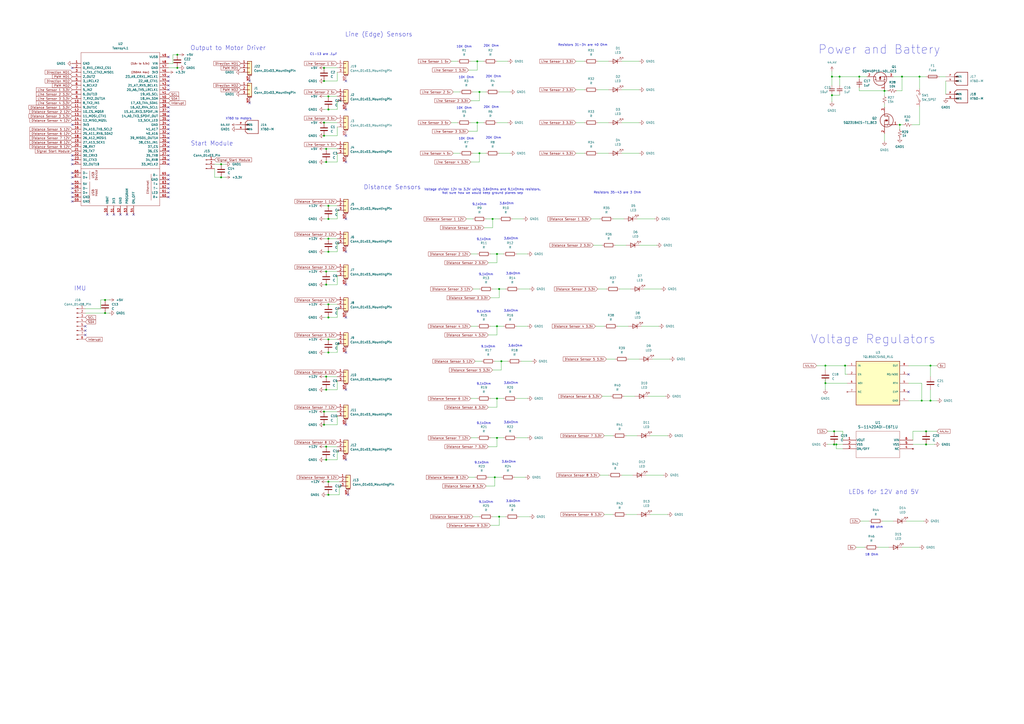
<source format=kicad_sch>
(kicad_sch (version 20231120) (generator "eeschema") (generator_version "8.0")
  (paper "A2")
  (junction (at 288.29 147.32))
  (junction (at 485.14 257.81))
  (junction (at 285.75 127))
  (junction (at 534.67 232.41))
  (junction (at 102.87 31.75))
  (junction (at 190.5 119.38))
  (junction (at 190.5 279.4))
  (junction (at 482.6 44.45))
  (junction (at 537.21 250.19))
  (junction (at 187.96 78.74))
  (junction (at 483.87 257.81))
  (junction (at 533.4 44.45))
  (junction (at 60.96 173.99))
  (junction (at 190.5 184.15))
  (junction (at 190.5 138.43))
  (junction (at 483.87 250.19))
  (junction (at 190.5 146.05))
  (junction (at 478.79 222.25))
  (junction (at 482.6 55.245))
  (junction (at 288.29 189.23))
  (junction (at 276.86 71.12))
  (junction (at 187.96 39.37))
  (junction (at 190.5 63.5))
  (junction (at 513.08 52.705))
  (junction (at 189.23 259.08))
  (junction (at 276.86 35.56))
  (junction (at 187.96 71.12))
  (junction (at 190.5 176.53))
  (junction (at 190.5 55.88))
  (junction (at 189.23 266.7))
  (junction (at 521.97 72.39))
  (junction (at 523.24 44.45))
  (junction (at 289.56 167.64))
  (junction (at 287.02 276.86))
  (junction (at 187.96 246.38))
  (junction (at 189.23 226.06))
  (junction (at 289.56 299.72))
  (junction (at 187.96 238.76))
  (junction (at 288.29 254))
  (junction (at 189.23 157.48))
  (junction (at 487.045 44.45))
  (junction (at 189.23 218.44))
  (junction (at 537.21 257.81))
  (junction (at 478.79 212.09))
  (junction (at 187.96 46.99))
  (junction (at 128.27 95.25))
  (junction (at 189.23 165.1))
  (junction (at 60.96 181.61))
  (junction (at 490.22 212.09))
  (junction (at 190.5 196.85))
  (junction (at 189.23 93.98))
  (junction (at 288.29 231.14))
  (junction (at 539.75 232.41))
  (junction (at 189.23 86.36))
  (junction (at 498.475 44.45))
  (junction (at 278.13 88.9))
  (junction (at 128.27 102.87))
  (junction (at 190.5 127))
  (junction (at 539.75 212.09))
  (junction (at 102.87 39.37))
  (junction (at 190.5 287.02))
  (junction (at 290.83 209.55))
  (junction (at 190.5 204.47))
  (junction (at 278.13 53.34))
  (no_connect (at 41.91 92.71))
  (no_connect (at 97.79 44.45))
  (no_connect (at 41.91 106.68))
  (no_connect (at 200.66 63.5))
  (no_connect (at 41.91 39.37))
  (no_connect (at 97.79 72.39))
  (no_connect (at 200.66 46.99))
  (no_connect (at 77.47 124.46))
  (no_connect (at 97.79 33.02))
  (no_connect (at 41.91 111.76))
  (no_connect (at 41.91 114.3))
  (no_connect (at 97.79 82.55))
  (no_connect (at 97.79 74.93))
  (no_connect (at 97.79 49.53))
  (no_connect (at 200.66 93.98))
  (no_connect (at 97.79 109.22))
  (no_connect (at 200.66 146.05))
  (no_connect (at 97.79 46.99))
  (no_connect (at 97.79 104.14))
  (no_connect (at 41.91 102.87))
  (no_connect (at 41.91 109.22))
  (no_connect (at 41.91 116.84))
  (no_connect (at 200.66 165.1))
  (no_connect (at 97.79 67.31))
  (no_connect (at 41.91 72.39))
  (no_connect (at 97.79 111.76))
  (no_connect (at 62.23 124.46))
  (no_connect (at 97.79 106.68))
  (no_connect (at 97.79 87.63))
  (no_connect (at 97.79 52.07))
  (no_connect (at 97.79 114.3))
  (no_connect (at 41.91 95.25))
  (no_connect (at 69.85 124.46))
  (no_connect (at 200.66 266.7))
  (no_connect (at 41.91 90.17))
  (no_connect (at 144.78 59.69))
  (no_connect (at 97.79 101.6))
  (no_connect (at 97.79 62.23))
  (no_connect (at 73.66 124.46))
  (no_connect (at 201.93 287.02))
  (no_connect (at 97.79 90.17))
  (no_connect (at 49.53 189.23))
  (no_connect (at 97.79 92.71))
  (no_connect (at 97.79 80.01))
  (no_connect (at 97.79 64.77))
  (no_connect (at 200.66 204.47))
  (no_connect (at 97.79 95.25))
  (no_connect (at 66.04 124.46))
  (no_connect (at 200.66 127))
  (no_connect (at 200.66 78.74))
  (no_connect (at 97.79 77.47))
  (no_connect (at 49.53 194.31))
  (no_connect (at 527.05 227.33))
  (no_connect (at 97.79 85.09))
  (no_connect (at 200.66 184.15))
  (no_connect (at 41.91 100.33))
  (no_connect (at 144.78 46.99))
  (no_connect (at 527.05 217.17))
  (no_connect (at 97.79 69.85))
  (no_connect (at 200.66 246.38))
  (no_connect (at 200.66 226.06))
  (no_connect (at 49.53 191.77))
  (wire (pts (xy 361.95 229.87) (xy 368.3 229.87)))
  (wire (pts (xy 288.29 147.32) (xy 288.29 152.4)))
  (wire (pts (xy 289.56 53.34) (xy 295.91 53.34)))
  (wire (pts (xy 278.13 88.9) (xy 278.13 93.98)))
  (wire (pts (xy 58.42 173.99) (xy 58.42 179.07)))
  (wire (pts (xy 195.58 121.92) (xy 195.58 127)))
  (wire (pts (xy 487.045 44.45) (xy 482.6 44.45)))
  (wire (pts (xy 373.38 167.64) (xy 383.54 167.64)))
  (wire (pts (xy 189.23 266.7) (xy 187.96 266.7)))
  (wire (pts (xy 261.62 71.12) (xy 265.43 71.12)))
  (wire (pts (xy 270.51 127) (xy 274.32 127)))
  (wire (pts (xy 273.05 35.56) (xy 276.86 35.56)))
  (wire (pts (xy 543.56 232.41) (xy 539.75 232.41)))
  (wire (pts (xy 349.25 229.87) (xy 354.33 229.87)))
  (wire (pts (xy 334.01 52.07) (xy 339.09 52.07)))
  (wire (pts (xy 498.475 44.45) (xy 498.475 45.72)))
  (wire (pts (xy 58.42 179.07) (xy 49.53 179.07)))
  (wire (pts (xy 189.23 165.1) (xy 187.96 165.1)))
  (wire (pts (xy 128.27 95.25) (xy 130.81 95.25)))
  (wire (pts (xy 187.96 55.88) (xy 190.5 55.88)))
  (wire (pts (xy 100.33 31.75) (xy 100.33 36.83)))
  (wire (pts (xy 539.75 226.06) (xy 539.75 232.41)))
  (wire (pts (xy 372.11 189.23) (xy 382.27 189.23)))
  (wire (pts (xy 490.22 212.09) (xy 491.49 212.09)))
  (wire (pts (xy 299.72 231.14) (xy 306.07 231.14)))
  (wire (pts (xy 490.22 217.17) (xy 491.49 217.17)))
  (wire (pts (xy 275.59 209.55) (xy 279.4 209.55)))
  (wire (pts (xy 187.96 196.85) (xy 190.5 196.85)))
  (wire (pts (xy 289.56 167.64) (xy 289.56 172.72)))
  (wire (pts (xy 482.6 55.245) (xy 482.6 59.055)))
  (wire (pts (xy 278.13 53.34) (xy 278.13 58.42)))
  (wire (pts (xy 273.05 189.23) (xy 276.86 189.23)))
  (wire (pts (xy 276.86 35.56) (xy 280.67 35.56)))
  (wire (pts (xy 499.11 302.26) (xy 504.19 302.26)))
  (wire (pts (xy 525.78 302.26) (xy 535.94 302.26)))
  (wire (pts (xy 299.72 147.32) (xy 306.07 147.32)))
  (wire (pts (xy 190.5 196.85) (xy 195.58 196.85)))
  (wire (pts (xy 509.27 317.5) (xy 515.62 317.5)))
  (wire (pts (xy 334.01 88.9) (xy 339.09 88.9)))
  (wire (pts (xy 539.75 232.41) (xy 534.67 232.41)))
  (wire (pts (xy 290.83 214.63) (xy 285.75 214.63)))
  (wire (pts (xy 539.75 212.09) (xy 543.56 212.09)))
  (wire (pts (xy 189.23 259.08) (xy 195.58 259.08)))
  (wire (pts (xy 284.48 147.32) (xy 288.29 147.32)))
  (wire (pts (xy 190.5 119.38) (xy 195.58 119.38)))
  (wire (pts (xy 285.75 299.72) (xy 289.56 299.72)))
  (wire (pts (xy 284.48 189.23) (xy 288.29 189.23)))
  (wire (pts (xy 480.06 250.19) (xy 483.87 250.19)))
  (wire (pts (xy 190.5 204.47) (xy 187.96 204.47)))
  (wire (pts (xy 189.23 226.06) (xy 187.96 226.06)))
  (wire (pts (xy 478.79 226.06) (xy 478.79 222.25)))
  (wire (pts (xy 537.21 250.19) (xy 543.56 250.19)))
  (wire (pts (xy 58.42 173.99) (xy 60.96 173.99)))
  (wire (pts (xy 262.89 53.34) (xy 266.7 53.34)))
  (wire (pts (xy 100.33 31.75) (xy 102.87 31.75)))
  (wire (pts (xy 363.22 252.73) (xy 369.57 252.73)))
  (wire (pts (xy 261.62 35.56) (xy 265.43 35.56)))
  (wire (pts (xy 544.83 44.45) (xy 548.64 44.45)))
  (wire (pts (xy 195.58 179.07) (xy 195.58 184.15)))
  (wire (pts (xy 195.58 93.98) (xy 189.23 93.98)))
  (wire (pts (xy 190.5 176.53) (xy 195.58 176.53)))
  (wire (pts (xy 187.96 119.38) (xy 190.5 119.38)))
  (wire (pts (xy 288.29 236.22) (xy 283.21 236.22)))
  (wire (pts (xy 278.13 58.42) (xy 273.05 58.42)))
  (wire (pts (xy 189.23 279.4) (xy 190.5 279.4)))
  (wire (pts (xy 281.94 127) (xy 285.75 127)))
  (wire (pts (xy 124.46 102.87) (xy 128.27 102.87)))
  (wire (pts (xy 290.83 209.55) (xy 294.64 209.55)))
  (wire (pts (xy 274.32 167.64) (xy 278.13 167.64)))
  (wire (pts (xy 488.95 255.27) (xy 488.95 250.19)))
  (wire (pts (xy 300.99 167.64) (xy 307.34 167.64)))
  (wire (pts (xy 283.21 276.86) (xy 287.02 276.86)))
  (wire (pts (xy 278.13 53.34) (xy 281.94 53.34)))
  (wire (pts (xy 358.14 189.23) (xy 364.49 189.23)))
  (wire (pts (xy 189.23 157.48) (xy 195.58 157.48)))
  (wire (pts (xy 498.475 44.45) (xy 487.045 44.45)))
  (wire (pts (xy 187.96 71.12) (xy 195.58 71.12)))
  (wire (pts (xy 190.5 63.5) (xy 187.96 63.5)))
  (wire (pts (xy 346.71 167.64) (xy 351.79 167.64)))
  (wire (pts (xy 288.29 194.31) (xy 283.21 194.31)))
  (wire (pts (xy 100.33 36.83) (xy 97.79 36.83)))
  (wire (pts (xy 478.79 222.25) (xy 491.49 222.25)))
  (wire (pts (xy 274.32 53.34) (xy 278.13 53.34)))
  (wire (pts (xy 482.6 44.45) (xy 482.6 41.275)))
  (wire (pts (xy 195.58 140.97) (xy 195.58 146.05)))
  (wire (pts (xy 483.87 257.81) (xy 485.14 257.81)))
  (wire (pts (xy 363.22 298.45) (xy 369.57 298.45)))
  (wire (pts (xy 60.96 173.99) (xy 63.5 173.99)))
  (wire (pts (xy 482.6 54.61) (xy 482.6 55.245)))
  (wire (pts (xy 195.58 73.66) (xy 195.58 78.74)))
  (wire (pts (xy 288.29 189.23) (xy 292.1 189.23)))
  (wire (pts (xy 289.56 167.64) (xy 293.37 167.64)))
  (wire (pts (xy 518.16 44.45) (xy 523.24 44.45)))
  (wire (pts (xy 346.71 71.12) (xy 353.06 71.12)))
  (wire (pts (xy 285.75 127) (xy 285.75 132.08)))
  (wire (pts (xy 288.29 254) (xy 288.29 259.08)))
  (wire (pts (xy 190.5 146.05) (xy 187.96 146.05)))
  (wire (pts (xy 187.96 39.37) (xy 195.58 39.37)))
  (wire (pts (xy 521.97 72.39) (xy 523.875 72.39)))
  (wire (pts (xy 478.79 212.09) (xy 478.79 214.63)))
  (wire (pts (xy 102.87 31.75) (xy 104.14 31.75)))
  (wire (pts (xy 498.475 52.705) (xy 513.08 52.705)))
  (wire (pts (xy 347.98 275.59) (xy 353.06 275.59)))
  (wire (pts (xy 196.85 281.94) (xy 196.85 287.02)))
  (wire (pts (xy 190.5 138.43) (xy 195.58 138.43)))
  (wire (pts (xy 533.4 72.39) (xy 533.4 61.595)))
  (wire (pts (xy 374.65 275.59) (xy 384.81 275.59)))
  (wire (pts (xy 528.955 72.39) (xy 533.4 72.39)))
  (wire (pts (xy 478.79 222.25) (xy 478.79 219.71)))
  (wire (pts (xy 346.71 52.07) (xy 353.06 52.07)))
  (wire (pts (xy 299.72 254) (xy 306.07 254)))
  (wire (pts (xy 289.56 304.8) (xy 284.48 304.8)))
  (wire (pts (xy 195.58 246.38) (xy 187.96 246.38)))
  (wire (pts (xy 187.96 176.53) (xy 190.5 176.53)))
  (wire (pts (xy 533.4 51.435) (xy 533.4 44.45)))
  (wire (pts (xy 288.29 254) (xy 292.1 254)))
  (wire (pts (xy 273.05 254) (xy 276.86 254)))
  (wire (pts (xy 350.52 252.73) (xy 355.6 252.73)))
  (wire (pts (xy 124.46 97.79) (xy 124.46 102.87)))
  (wire (pts (xy 345.44 189.23) (xy 350.52 189.23)))
  (wire (pts (xy 196.85 287.02) (xy 190.5 287.02)))
  (wire (pts (xy 287.02 276.86) (xy 287.02 281.94)))
  (wire (pts (xy 359.41 167.64) (xy 365.76 167.64)))
  (wire (pts (xy 355.6 127) (xy 361.95 127)))
  (wire (pts (xy 351.79 208.28) (xy 356.87 208.28)))
  (wire (pts (xy 299.72 189.23) (xy 306.07 189.23)))
  (wire (pts (xy 49.53 181.61) (xy 60.96 181.61)))
  (wire (pts (xy 274.32 88.9) (xy 278.13 88.9)))
  (wire (pts (xy 287.02 276.86) (xy 290.83 276.86)))
  (wire (pts (xy 360.68 275.59) (xy 367.03 275.59)))
  (wire (pts (xy 527.05 222.25) (xy 534.67 222.25)))
  (wire (pts (xy 534.67 232.41) (xy 527.05 232.41)))
  (wire (pts (xy 487.045 55.245) (xy 482.6 55.245)))
  (wire (pts (xy 539.75 212.09) (xy 539.75 218.44)))
  (wire (pts (xy 490.22 212.09) (xy 490.22 217.17)))
  (wire (pts (xy 195.58 63.5) (xy 190.5 63.5)))
  (wire (pts (xy 195.58 204.47) (xy 190.5 204.47)))
  (wire (pts (xy 195.58 266.7) (xy 189.23 266.7)))
  (wire (pts (xy 523.24 44.45) (xy 533.4 44.45)))
  (wire (pts (xy 195.58 220.98) (xy 195.58 226.06)))
  (wire (pts (xy 378.46 208.28) (xy 388.62 208.28)))
  (wire (pts (xy 370.84 142.24) (xy 381 142.24)))
  (wire (pts (xy 533.4 44.45) (xy 537.21 44.45)))
  (wire (pts (xy 262.89 88.9) (xy 266.7 88.9)))
  (wire (pts (xy 284.48 231.14) (xy 288.29 231.14)))
  (wire (pts (xy 289.56 299.72) (xy 289.56 304.8)))
  (wire (pts (xy 360.68 88.9) (xy 370.84 88.9)))
  (wire (pts (xy 288.29 147.32) (xy 292.1 147.32)))
  (wire (pts (xy 369.57 127) (xy 379.73 127)))
  (wire (pts (xy 288.29 189.23) (xy 288.29 194.31)))
  (wire (pts (xy 488.95 260.35) (xy 485.14 260.35)))
  (wire (pts (xy 195.58 46.99) (xy 187.96 46.99)))
  (wire (pts (xy 190.5 184.15) (xy 187.96 184.15)))
  (wire (pts (xy 377.19 298.45) (xy 387.35 298.45)))
  (wire (pts (xy 187.96 86.36) (xy 189.23 86.36)))
  (wire (pts (xy 189.23 93.98) (xy 187.96 93.98)))
  (wire (pts (xy 529.59 250.19) (xy 537.21 250.19)))
  (wire (pts (xy 513.08 52.705) (xy 513.08 55.245)))
  (wire (pts (xy 274.32 299.72) (xy 278.13 299.72)))
  (wire (pts (xy 520.065 52.705) (xy 523.24 52.705)))
  (wire (pts (xy 289.56 88.9) (xy 295.91 88.9)))
  (wire (pts (xy 346.71 35.56) (xy 353.06 35.56)))
  (wire (pts (xy 278.13 93.98) (xy 273.05 93.98)))
  (wire (pts (xy 195.58 41.91) (xy 195.58 46.99)))
  (wire (pts (xy 288.29 259.08) (xy 283.21 259.08)))
  (wire (pts (xy 360.68 52.07) (xy 370.84 52.07)))
  (wire (pts (xy 288.29 152.4) (xy 283.21 152.4)))
  (wire (pts (xy 539.75 212.09) (xy 527.05 212.09)))
  (wire (pts (xy 302.26 209.55) (xy 308.61 209.55)))
  (wire (pts (xy 529.59 250.19) (xy 529.59 255.27)))
  (wire (pts (xy 273.05 231.14) (xy 276.86 231.14)))
  (wire (pts (xy 278.13 88.9) (xy 281.94 88.9)))
  (wire (pts (xy 60.96 181.61) (xy 63.5 181.61)))
  (wire (pts (xy 187.96 157.48) (xy 189.23 157.48)))
  (wire (pts (xy 190.5 127) (xy 187.96 127)))
  (wire (pts (xy 97.79 39.37) (xy 102.87 39.37)))
  (wire (pts (xy 377.19 252.73) (xy 387.35 252.73)))
  (wire (pts (xy 496.57 317.5) (xy 501.65 317.5)))
  (wire (pts (xy 342.9 127) (xy 347.98 127)))
  (wire (pts (xy 478.79 212.09) (xy 490.22 212.09)))
  (wire (pts (xy 485.14 257.81) (xy 488.95 257.81)))
  (wire (pts (xy 360.68 71.12) (xy 370.84 71.12)))
  (wire (pts (xy 287.02 281.94) (xy 281.94 281.94)))
  (wire (pts (xy 128.27 102.87) (xy 130.81 102.87)))
  (wire (pts (xy 487.045 44.45) (xy 487.045 49.53)))
  (wire (pts (xy 487.045 54.61) (xy 487.045 55.245)))
  (wire (pts (xy 187.96 138.43) (xy 190.5 138.43)))
  (wire (pts (xy 344.17 142.24) (xy 349.25 142.24)))
  (wire (pts (xy 285.75 167.64) (xy 289.56 167.64)))
  (wire (pts (xy 523.24 52.705) (xy 523.24 44.45)))
  (wire (pts (xy 288.29 71.12) (xy 294.64 71.12)))
  (wire (pts (xy 187.96 238.76) (xy 195.58 238.76)))
  (wire (pts (xy 297.18 127) (xy 303.53 127)))
  (wire (pts (xy 190.5 55.88) (xy 195.58 55.88)))
  (wire (pts (xy 285.75 132.08) (xy 280.67 132.08)))
  (wire (pts (xy 190.5 287.02) (xy 189.23 287.02)))
  (wire (pts (xy 195.58 199.39) (xy 195.58 204.47)))
  (wire (pts (xy 482.6 49.53) (xy 482.6 44.45)))
  (wire (pts (xy 498.475 50.8) (xy 498.475 52.705)))
  (wire (pts (xy 289.56 299.72) (xy 293.37 299.72)))
  (wire (pts (xy 350.52 298.45) (xy 355.6 298.45)))
  (wire (pts (xy 187.96 218.44) (xy 189.23 218.44)))
  (wire (pts (xy 195.58 146.05) (xy 190.5 146.05)))
  (wire (pts (xy 288.29 231.14) (xy 292.1 231.14)))
  (wire (pts (xy 195.58 184.15) (xy 190.5 184.15)))
  (wire (pts (xy 195.58 88.9) (xy 195.58 93.98)))
  (wire (pts (xy 521.97 72.39) (xy 521.97 74.93)))
  (wire (pts (xy 271.78 276.86) (xy 275.59 276.86)))
  (wire (pts (xy 360.68 35.56) (xy 370.84 35.56)))
  (wire (pts (xy 300.99 299.72) (xy 307.34 299.72)))
  (wire (pts (xy 502.92 44.45) (xy 498.475 44.45)))
  (wire (pts (xy 513.08 60.325) (xy 513.08 62.23)))
  (wire (pts (xy 189.23 86.36) (xy 195.58 86.36)))
  (wire (pts (xy 346.71 88.9) (xy 353.06 88.9)))
  (wire (pts (xy 102.87 39.37) (xy 104.14 39.37)))
  (wire (pts (xy 195.58 78.74) (xy 187.96 78.74)))
  (wire (pts (xy 195.58 165.1) (xy 189.23 165.1)))
  (wire (pts (xy 289.56 172.72) (xy 284.48 172.72)))
  (wire (pts (xy 276.86 35.56) (xy 276.86 40.64)))
  (wire (pts (xy 537.21 257.81) (xy 542.29 257.81)))
  (wire (pts (xy 485.14 257.81) (xy 485.14 260.35)))
  (wire (pts (xy 534.67 222.25) (xy 534.67 232.41)))
  (wire (pts (xy 195.58 160.02) (xy 195.58 165.1)))
  (wire (pts (xy 288.29 35.56) (xy 294.64 35.56)))
  (wire (pts (xy 298.45 276.86) (xy 304.8 276.86)))
  (wire (pts (xy 195.58 226.06) (xy 189.23 226.06)))
  (wire (pts (xy 480.06 257.81) (xy 483.87 257.81)))
  (wire (pts (xy 195.58 261.62) (xy 195.58 266.7)))
  (wire (pts (xy 276.86 71.12) (xy 276.86 76.2)))
  (wire (pts (xy 548.64 46.99) (xy 548.64 54.61)))
  (wire (pts (xy 529.59 257.81) (xy 537.21 257.81)))
  (wire (pts (xy 513.08 52.705) (xy 514.985 52.705)))
  (wire (pts (xy 187.96 259.08) (xy 189.23 259.08)))
  (wire (pts (xy 513.08 52.07) (xy 513.08 52.705)))
  (wire (pts (xy 124.46 95.25) (xy 128.27 95.25)))
  (wire (pts (xy 195.58 127) (xy 190.5 127)))
  (wire (pts (xy 195.58 241.3) (xy 195.58 246.38)))
  (wire (pts (xy 511.81 302.26) (xy 518.16 302.26)))
  (wire (pts (xy 195.58 58.42) (xy 195.58 63.5)))
  (wire (pts (xy 276.86 71.12) (xy 280.67 71.12)))
  (wire (pts (xy 334.01 35.56) (xy 339.09 35.56)))
  (wire (pts (xy 190.5 279.4) (xy 196.85 279.4)))
  (wire (pts (xy 276.86 40.64) (xy 271.78 40.64)))
  (wire (pts (xy 520.7 72.39) (xy 521.97 72.39)))
  (wire (pts (xy 375.92 229.87) (xy 386.08 229.87)))
  (wire (pts (xy 356.87 142.24) (xy 363.22 142.24)))
  (wire (pts (xy 287.02 209.55) (xy 290.83 209.55)))
  (wire (pts (xy 276.86 76.2) (xy 271.78 76.2)))
  (wire (pts (xy 273.05 147.32) (xy 276.86 147.32)))
  (wire (pts (xy 273.05 71.12) (xy 276.86 71.12)))
  (wire (pts (xy 284.48 254) (xy 288.29 254)))
  (wire (pts (xy 285.75 127) (xy 289.56 127)))
  (wire (pts (xy 290.83 209.55) (xy 290.83 214.63)))
  (wire (pts (xy 334.01 71.12) (xy 339.09 71.12)))
  (wire (pts (xy 189.23 218.44) (xy 195.58 218.44)))
  (wire (pts (xy 513.08 77.47) (xy 513.08 81.915)))
  (wire (pts (xy 488.95 250.19) (xy 483.87 250.19)))
  (wire (pts (xy 288.29 231.14) (xy 288.29 236.22)))
  (wire (pts (xy 523.24 317.5) (xy 533.4 317.5)))
  (wire (pts (xy 364.49 208.28) (xy 370.84 208.28)))
  (wire (pts (xy 473.71 212.09) (xy 478.79 212.09)))
  (text "Resistors 31-34 are 40 Ohm" (at 338.074 26.162 0) (effects (font (size 1.27 1.27))))
  (text "Output to Motor Driver" (at 132.334 27.94 0) (effects (font (size 2.54 2.54))))
  (text "3.6kOhm" (at 296.418 138.43 0) (effects (font (size 1.27 1.27))))
  (text "9.1kOhm" (at 280.67 245.618 0) (effects (font (size 1.27 1.27))))
  (text "20K Ohm" (at 284.988 26.67 0) (effects (font (size 1.27 1.27))))
  (text "Power and Battery\n" (at 510.032 28.829 0) (effects (font (size 5.08 5.08))))
  (text "Resistors 35-43 are 3 Ohm" (at 358.14 111.76 0) (effects (font (size 1.27 1.27))))
  (text "9.1kOhm" (at 283.21 201.168 0) (effects (font (size 1.27 1.27))))
  (text "3.6kOhm" (at 293.878 118.11 0) (effects (font (size 1.27 1.27))))
  (text "9.1kOhm" (at 280.67 180.848 0) (effects (font (size 1.27 1.27))))
  (text "18 Ohm" (at 505.714 321.818 0) (effects (font (size 1.27 1.27))))
  (text "9.1kOhm" (at 281.94 291.338 0) (effects (font (size 1.27 1.27))))
  (text "3.6kOhm" (at 297.688 290.83 0) (effects (font (size 1.27 1.27))))
  (text "3.6kOhm" (at 297.688 158.75 0) (effects (font (size 1.27 1.27))))
  (text "9.1kOhm" (at 278.13 118.618 0) (effects (font (size 1.27 1.27))))
  (text "Start Module" (at 122.936 83.312 0) (effects (font (size 2.54 2.54))))
  (text "3.6kOhm" (at 296.418 180.34 0) (effects (font (size 1.27 1.27))))
  (text "Voltage Regulators" (at 506.476 196.85 0) (effects (font (size 5.08 5.08))))
  (text "9.1kOhm" (at 280.67 222.758 0) (effects (font (size 1.27 1.27))))
  (text "IMU" (at 46.482 167.386 0) (effects (font (size 2.54 2.54))))
  (text "9.1kOhm" (at 280.67 138.938 0) (effects (font (size 1.27 1.27))))
  (text "10K Ohm" (at 269.24 27.178 0) (effects (font (size 1.27 1.27))))
  (text "10K Ohm" (at 270.51 80.518 0) (effects (font (size 1.27 1.27))))
  (text "Distance Sensors" (at 227.584 108.712 0) (effects (font (size 2.54 2.54))))
  (text "XT60 to motors" (at 138.43 68.834 0) (effects (font (size 1.27 1.27))))
  (text "C1-13 are .1µF" (at 187.706 31.496 0) (effects (font (size 1.27 1.27))))
  (text "LEDs for 12V and 5V" (at 512.572 285.496 0) (effects (font (size 2.54 2.54))))
  (text "10K Ohm" (at 269.24 62.738 0) (effects (font (size 1.27 1.27))))
  (text "88 ohm" (at 508.508 305.816 0) (effects (font (size 1.27 1.27))))
  (text "3.6kOhm" (at 295.148 267.97 0) (effects (font (size 1.27 1.27))))
  (text "20K Ohm" (at 286.258 44.45 0) (effects (font (size 1.27 1.27))))
  (text "20K Ohm" (at 286.258 80.01 0) (effects (font (size 1.27 1.27))))
  (text "Voltage divider 12V to 3.3V using 3.6kOhms and 9.1kOhms resistors.\nNot sure how we would keep ground planes sep" (at 279.908 110.998 0) (effects (font (size 1.27 1.27))))
  (text "20K Ohm" (at 284.988 62.23 0) (effects (font (size 1.27 1.27))))
  (text "3.6kOhm" (at 298.958 200.66 0) (effects (font (size 1.27 1.27))))
  (text "10K Ohm" (at 270.51 44.958 0) (effects (font (size 1.27 1.27))))
  (text "9.1kOhm" (at 279.4 268.478 0) (effects (font (size 1.27 1.27))))
  (text "Line (Edge) Sensors" (at 219.71 20.066 0) (effects (font (size 2.54 2.54))))
  (text "9.1kOhm" (at 281.94 159.258 0) (effects (font (size 1.27 1.27))))
  (text "3.6kOhm" (at 296.418 245.11 0) (effects (font (size 1.27 1.27))))
  (text "3.6kOhm" (at 296.418 222.25 0) (effects (font (size 1.27 1.27))))
  (global_label "Distance Sensor 9 3.3V" (shape input) (at 284.48 304.8 180) (property "Intersheetrefs" "${INTERSHEET_REFS}" (effects (hide yes))))
  (global_label "Line Sensor 2 3.3V" (shape input) (at 41.91 54.61 180) (property "Intersheetrefs" "${INTERSHEET_REFS}" (effects (hide yes))))
  (global_label "44.4v" (shape input) (at 473.71 212.09 180) (property "Intersheetrefs" "${INTERSHEET_REFS}" (effects (hide yes))))
  (global_label "Distance Sensor 2 3.3V" (shape input) (at 344.17 142.24 180) (property "Intersheetrefs" "${INTERSHEET_REFS}" (effects (hide yes))))
  (global_label "Distance Sensor 4 3.3V" (shape input) (at 283.21 194.31 180) (property "Intersheetrefs" "${INTERSHEET_REFS}" (effects (hide yes))))
  (global_label "Distance Sensor 7 12V" (shape input) (at 41.91 80.01 180) (property "Intersheetrefs" "${INTERSHEET_REFS}" (effects (hide yes))))
  (global_label "Direction MD2" (shape input) (at 41.91 46.99 180) (property "Intersheetrefs" "${INTERSHEET_REFS}" (effects (hide yes))))
  (global_label "Distance Sensor 3 3.3V" (shape input) (at 284.48 172.72 180) (property "Intersheetrefs" "${INTERSHEET_REFS}" (effects (hide yes))))
  (global_label "Distance Sensor 4 12V" (shape input) (at 273.05 189.23 180) (property "Intersheetrefs" "${INTERSHEET_REFS}" (effects (hide yes))))
  (global_label "Line Sensor 4 5v" (shape input) (at 195.58 83.82 180) (property "Intersheetrefs" "${INTERSHEET_REFS}" (effects (hide yes))))
  (global_label "12v" (shape input) (at 499.11 302.26 180) (property "Intersheetrefs" "${INTERSHEET_REFS}" (effects (hide yes))))
  (global_label "Direction MD2" (shape input) (at 139.7 49.53 180) (property "Intersheetrefs" "${INTERSHEET_REFS}" (effects (hide yes))))
  (global_label "Line Sensor 4 3.3V" (shape input) (at 334.01 88.9 180) (property "Intersheetrefs" "${INTERSHEET_REFS}" (effects (hide yes))))
  (global_label "Distance Sensor 1 3.3V" (shape input) (at 342.9 127 180) (property "Intersheetrefs" "${INTERSHEET_REFS}" (effects (hide yes))))
  (global_label "Distance Sensor 2 3.3V" (shape input) (at 283.21 152.4 180) (property "Intersheetrefs" "${INTERSHEET_REFS}" (effects (hide yes))))
  (global_label "Distance Sensor 2 12V" (shape input) (at 273.05 147.32 180) (property "Intersheetrefs" "${INTERSHEET_REFS}" (effects (hide yes))))
  (global_label "Line Sensor 3 3.3V" (shape input) (at 271.78 76.2 180) (property "Intersheetrefs" "${INTERSHEET_REFS}" (effects (hide yes))))
  (global_label "SDA" (shape input) (at 97.79 57.15 0) (property "Intersheetrefs" "${INTERSHEET_REFS}" (effects (hide yes))))
  (global_label "SCL" (shape input) (at 49.53 184.15 0) (property "Intersheetrefs" "${INTERSHEET_REFS}" (effects (hide yes))))
  (global_label "PWM MD2" (shape input) (at 41.91 49.53 180) (property "Intersheetrefs" "${INTERSHEET_REFS}" (effects (hide yes))))
  (global_label "Distance Sensor 1 3.3V" (shape input) (at 280.67 132.08 180) (property "Intersheetrefs" "${INTERSHEET_REFS}" (effects (hide yes))))
  (global_label "Line Sensor 1 3.3V" (shape input) (at 41.91 52.07 180) (property "Intersheetrefs" "${INTERSHEET_REFS}" (effects (hide yes))))
  (global_label "Line Sensor 3 3.3V" (shape input) (at 41.91 57.15 180) (property "Intersheetrefs" "${INTERSHEET_REFS}" (effects (hide yes))))
  (global_label "PWM MD2" (shape input) (at 139.7 52.07 180) (property "Intersheetrefs" "${INTERSHEET_REFS}" (effects (hide yes))))
  (global_label "Interupt" (shape input) (at 97.79 59.69 0) (property "Intersheetrefs" "${INTERSHEET_REFS}" (effects (hide yes))))
  (global_label "Distance Sensor 9 3.3V" (shape input) (at 350.52 298.45 180) (property "Intersheetrefs" "${INTERSHEET_REFS}" (effects (hide yes))))
  (global_label "Distance Sensor 5 12V" (shape input) (at 41.91 74.93 180) (property "Intersheetrefs" "${INTERSHEET_REFS}" (effects (hide yes))))
  (global_label "Line Sensor 1 5v" (shape input) (at 195.58 36.83 180) (property "Intersheetrefs" "${INTERSHEET_REFS}" (effects (hide yes))))
  (global_label "5v" (shape input) (at 496.57 317.5 180) (property "Intersheetrefs" "${INTERSHEET_REFS}" (effects (hide yes))))
  (global_label "Distance Sensor 9 12V" (shape input) (at 196.85 276.86 180) (property "Intersheetrefs" "${INTERSHEET_REFS}" (effects (hide yes))))
  (global_label "Distance Sensor 9 12V" (shape input) (at 41.91 85.09 180) (property "Intersheetrefs" "${INTERSHEET_REFS}" (effects (hide yes))))
  (global_label "Distance Sensor 8 3.3V" (shape input) (at 347.98 275.59 180) (property "Intersheetrefs" "${INTERSHEET_REFS}" (effects (hide yes))))
  (global_label "Distance Sensor 8 3.3V" (shape input) (at 281.94 281.94 180) (property "Intersheetrefs" "${INTERSHEET_REFS}" (effects (hide yes))))
  (global_label "Line Sensor 3 3.3V" (shape input) (at 334.01 71.12 180) (property "Intersheetrefs" "${INTERSHEET_REFS}" (effects (hide yes))))
  (global_label "Line Sensor 4 3.3V" (shape input) (at 41.91 59.69 180) (property "Intersheetrefs" "${INTERSHEET_REFS}" (effects (hide yes))))
  (global_label "Distance Sensor 7 3.3V" (shape input) (at 350.52 252.73 180) (property "Intersheetrefs" "${INTERSHEET_REFS}" (effects (hide yes))))
  (global_label "Distance Sensor 6 12V" (shape input) (at 273.05 231.14 180) (property "Intersheetrefs" "${INTERSHEET_REFS}" (effects (hide yes))))
  (global_label "Distance Sensor 7 12V" (shape input) (at 195.58 236.22 180) (property "Intersheetrefs" "${INTERSHEET_REFS}" (effects (hide yes))))
  (global_label "Line Sensor 4 5v" (shape input) (at 262.89 88.9 180) (property "Intersheetrefs" "${INTERSHEET_REFS}" (effects (hide yes))))
  (global_label "Line Sensor 2 3.3V" (shape input) (at 334.01 52.07 180) (property "Intersheetrefs" "${INTERSHEET_REFS}" (effects (hide yes))))
  (global_label "Distance Sensor 3 3.3V" (shape input) (at 346.71 167.64 180) (property "Intersheetrefs" "${INTERSHEET_REFS}" (effects (hide yes))))
  (global_label "Distance Sensor 6 12V" (shape input) (at 41.91 77.47 180) (property "Intersheetrefs" "${INTERSHEET_REFS}" (effects (hide yes))))
  (global_label "Distance Sensor 2 12V" (shape input) (at 41.91 64.77 180) (property "Intersheetrefs" "${INTERSHEET_REFS}" (effects (hide yes))))
  (global_label "PWM MD1" (shape input) (at 139.7 39.37 180) (property "Intersheetrefs" "${INTERSHEET_REFS}" (effects (hide yes))))
  (global_label "Distance Sensor 1 12V" (shape input) (at 270.51 127 180) (property "Intersheetrefs" "${INTERSHEET_REFS}" (effects (hide yes))))
  (global_label "Line Sensor 2 5v" (shape input) (at 195.58 53.34 180) (property "Intersheetrefs" "${INTERSHEET_REFS}" (effects (hide yes))))
  (global_label "Distance Sensor 8 12V" (shape input) (at 271.78 276.86 180) (property "Intersheetrefs" "${INTERSHEET_REFS}" (effects (hide yes))))
  (global_label "Distance Sensor 3 12V" (shape input) (at 274.32 167.64 180) (property "Intersheetrefs" "${INTERSHEET_REFS}" (effects (hide yes))))
  (global_label "Line Sensor 4 3.3V" (shape input) (at 273.05 93.98 180) (property "Intersheetrefs" "${INTERSHEET_REFS}" (effects (hide yes))))
  (global_label "Distance Sensor 8 12V" (shape input) (at 41.91 82.55 180) (property "Intersheetrefs" "${INTERSHEET_REFS}" (effects (hide yes))))
  (global_label "Distance Sensor 4 3.3V" (shape input) (at 345.44 189.23 180) (property "Intersheetrefs" "${INTERSHEET_REFS}" (effects (hide yes))))
  (global_label "44.4v" (shape input) (at 543.56 250.19 0) (property "Intersheetrefs" "${INTERSHEET_REFS}" (effects (hide yes))))
  (global_label "Line Sensor 1 5v" (shape input) (at 261.62 35.56 180) (property "Intersheetrefs" "${INTERSHEET_REFS}" (effects (hide yes))))
  (global_label "Line Sensor 1 3.3V" (shape input) (at 271.78 40.64 180) (property "Intersheetrefs" "${INTERSHEET_REFS}" (effects (hide yes))))
  (global_label "Distance Sensor 9 12V" (shape input) (at 274.32 299.72 180) (property "Intersheetrefs" "${INTERSHEET_REFS}" (effects (hide yes))))
  (global_label "Interupt" (shape input) (at 49.53 196.85 0) (property "Intersheetrefs" "${INTERSHEET_REFS}" (effects (hide yes))))
  (global_label "Distance Sensor 3 12V" (shape input) (at 195.58 154.94 180) (property "Intersheetrefs" "${INTERSHEET_REFS}" (effects (hide yes))))
  (global_label "Distance Sensor 7 12V" (shape input) (at 273.05 254 180) (property "Intersheetrefs" "${INTERSHEET_REFS}" (effects (hide yes))))
  (global_label "Distance Sensor 5 3.3V" (shape input) (at 351.79 208.28 180) (property "Intersheetrefs" "${INTERSHEET_REFS}" (effects (hide yes))))
  (global_label "Distance Sensor 5 12V" (shape input) (at 275.59 209.55 180) (property "Intersheetrefs" "${INTERSHEET_REFS}" (effects (hide yes))))
  (global_label "SDA" (shape input) (at 49.53 186.69 0) (property "Intersheetrefs" "${INTERSHEET_REFS}" (effects (hide yes))))
  (global_label "Signal Start Module" (shape input) (at 41.91 87.63 180) (property "Intersheetrefs" "${INTERSHEET_REFS}" (effects (hide yes))))
  (global_label "Line Sensor 3 5v" (shape input) (at 195.58 68.58 180) (property "Intersheetrefs" "${INTERSHEET_REFS}" (effects (hide yes))))
  (global_label "SCL" (shape input) (at 97.79 54.61 0) (property "Intersheetrefs" "${INTERSHEET_REFS}" (effects (hide yes))))
  (global_label "Distance Sensor 5 12V" (shape input) (at 195.58 194.31 180) (property "Intersheetrefs" "${INTERSHEET_REFS}" (effects (hide yes))))
  (global_label "12v" (shape input) (at 480.06 250.19 180) (property "Intersheetrefs" "${INTERSHEET_REFS}" (effects (hide yes))))
  (global_label "Line Sensor 2 3.3V" (shape input) (at 273.05 58.42 180) (property "Intersheetrefs" "${INTERSHEET_REFS}" (effects (hide yes))))
  (global_label "Distance Sensor 1 12V" (shape input) (at 195.58 116.84 180) (property "Intersheetrefs" "${INTERSHEET_REFS}" (effects (hide yes))))
  (global_label "Distance Sensor 7 3.3V" (shape input) (at 283.21 259.08 180) (property "Intersheetrefs" "${INTERSHEET_REFS}" (effects (hide yes))))
  (global_label "Distance Sensor 5 3.3V" (shape input) (at 285.75 214.63 180) (property "Intersheetrefs" "${INTERSHEET_REFS}" (effects (hide yes))))
  (global_label "5v" (shape input) (at 543.56 212.09 0) (property "Intersheetrefs" "${INTERSHEET_REFS}" (effects (hide yes))))
  (global_label "Line Sensor 1 3.3V" (shape input) (at 334.01 35.56 180) (property "Intersheetrefs" "${INTERSHEET_REFS}" (effects (hide yes))))
  (global_label "Distance Sensor 4 12V" (shape input) (at 195.58 173.99 180) (property "Intersheetrefs" "${INTERSHEET_REFS}" (effects (hide yes))))
  (global_label "Distance Sensor 6 3.3V" (shape input) (at 283.21 236.22 180) (property "Intersheetrefs" "${INTERSHEET_REFS}" (effects (hide yes))))
  (global_label "Direction MD1" (shape input) (at 41.91 41.91 180) (property "Intersheetrefs" "${INTERSHEET_REFS}" (effects (hide yes))))
  (global_label "Distance Sensor 1 3.3V" (shape input) (at 41.91 62.23 180) (property "Intersheetrefs" "${INTERSHEET_REFS}" (effects (hide yes))))
  (global_label "Distance Sensor 4 12V" (shape input) (at 41.91 69.85 180) (property "Intersheetrefs" "${INTERSHEET_REFS}" (effects (hide yes))))
  (global_label "Direction MD1" (shape input) (at 139.7 36.83 180) (property "Intersheetrefs" "${INTERSHEET_REFS}" (effects (hide yes))))
  (global_label "Distance Sensor 3 3.3V" (shape input) (at 41.91 67.31 180) (property "Intersheetrefs" "${INTERSHEET_REFS}" (effects (hide yes))))
  (global_label "Distance Sensor 6 12V" (shape input) (at 195.58 215.9 180) (property "Intersheetrefs" "${INTERSHEET_REFS}" (effects (hide yes))))
  (global_label "Distance Sensor 8 12V" (shape input) (at 195.58 256.54 180) (property "Intersheetrefs" "${INTERSHEET_REFS}" (effects (hide yes))))
  (global_label "Distance Sensor 2 12V" (shape input) (at 195.58 135.89 180) (property "Intersheetrefs" "${INTERSHEET_REFS}" (effects (hide yes))))
  (global_label "Signal Start Module" (shape input) (at 124.46 92.71 0) (property "Intersheetrefs" "${INTERSHEET_REFS}" (effects (hide yes))))
  (global_label "Line Sensor 2 5v" (shape input) (at 262.89 53.34 180) (property "Intersheetrefs" "${INTERSHEET_REFS}" (effects (hide yes))))
  (global_label "Distance Sensor 6 3.3V" (shape input) (at 349.25 229.87 180) (property "Intersheetrefs" "${INTERSHEET_REFS}" (effects (hide yes))))
  (global_label "Line Sensor 3 5v" (shape input) (at 261.62 71.12 180) (property "Intersheetrefs" "${INTERSHEET_REFS}" (effects (hide yes))))
  (global_label "PWM MD1" (shape input) (at 41.91 44.45 180) (property "Intersheetrefs" "${INTERSHEET_REFS}" (effects (hide yes))))
  (symbol (lib_id "Device:LED") (at 521.97 302.26 180) (unit 1)
    (property "Reference" "D14" (at 523.5575 294.64 0))
    (property "Value" "LED" (at 523.5575 297.18 0))
    (property "Footprint" "LED_SMD:LED_0603_1608Metric_Pad1.05x0.95mm_HandSolder" (effects (hide yes)))
    (property "Description" "Light emitting diode" (effects (hide yes)))
  )
  (symbol (lib_id "power:+12V") (at 187.96 238.76 90) (unit 1)
    (property "Reference" "#PWR027" (effects (hide yes)))
    (property "Value" "+12V" (at 184.15 238.7599 90) (effects (justify left)))
    (property "Description" "Power symbol creates a global label with name \"+12V\"" (effects (hide yes)))
  )
  (symbol (lib_id "power:GND1") (at 379.73 127 90) (unit 1)
    (property "Reference" "#PWR063" (effects (hide yes)))
    (property "Value" "GND1" (at 383.54 126.9999 90) (effects (justify right)))
    (property "Description" "Power symbol creates a global label with name \"GND1\" , ground" (effects (hide yes)))
  )
  (symbol (lib_id "Device:R") (at 351.79 127 90) (unit 1)
    (property "Reference" "R35" (at 351.79 120.65 90))
    (property "Value" "R" (at 351.79 123.19 90))
    (property "Footprint" "Resistor_SMD:R_0603_1608Metric_Pad0.98x0.95mm_HandSolder" (effects (hide yes)))
    (property "Description" "Resistor" (effects (hide yes)))
  )
  (symbol (lib_id "power:GND1") (at 295.91 88.9 90) (unit 1)
    (property "Reference" "#PWR014" (effects (hide yes)))
    (property "Value" "GND1" (at 299.72 88.8999 90) (effects (justify right)))
    (property "Description" "Power symbol creates a global label with name \"GND1\" , ground" (effects (hide yes)))
  )
  (symbol (lib_id "power:GND1") (at 386.08 229.87 90) (unit 1)
    (property "Reference" "#PWR068" (effects (hide yes)))
    (property "Value" "GND1" (at 389.89 229.8699 90) (effects (justify right)))
    (property "Description" "Power symbol creates a global label with name \"GND1\" , ground" (effects (hide yes)))
  )
  (symbol (lib_id "Device:C") (at 478.79 218.44 0) (unit 1)
    (property "Reference" "C18" (at 482.6 217.1699 0) (effects (justify left)))
    (property "Value" "C" (at 482.6 219.7099 0) (effects (justify left)))
    (property "Footprint" "Capacitor_SMD:C_0603_1608Metric_Pad1.08x0.95mm_HandSolder" (effects (hide yes)))
    (property "Description" "Unpolarized capacitor" (effects (hide yes)))
  )
  (symbol (lib_id "power:GND1") (at 384.81 275.59 90) (unit 1)
    (property "Reference" "#PWR070" (effects (hide yes)))
    (property "Value" "GND1" (at 388.62 275.5899 90) (effects (justify right)))
    (property "Description" "Power symbol creates a global label with name \"GND1\" , ground" (effects (hide yes)))
  )
  (symbol (lib_id "Device:R") (at 281.94 299.72 90) (unit 1)
    (property "Reference" "R25" (at 281.94 293.37 90))
    (property "Value" "R" (at 281.94 295.91 90))
    (property "Footprint" "Resistor_SMD:R_0603_1608Metric_Pad0.98x0.95mm_HandSolder" (effects (hide yes)))
    (property "Description" "Resistor" (effects (hide yes)))
  )
  (symbol (lib_id "voltage reg 12v:S-1142DA0I-E6T1U") (at 488.95 255.27 0) (unit 1)
    (property "Reference" "U1" (at 509.27 245.11 0) (effects (font (size 1.524 1.524))))
    (property "Value" "S-1142DA0I-E6T1U" (at 509.27 247.65 0) (effects (font (size 1.524 1.524))))
    (property "Footprint" "12Vvoltagereg:S1142A50IE6T1U" (effects (hide yes)))
    (property "Datasheet" "S-1142DA0I-E6T1U" (effects (hide yes)))
  )
  (symbol (lib_id "Connector_Generic_MountingPin:Conn_01x03_MountingPin") (at 144.78 39.37 0) (unit 1)
    (property "Reference" "J22" (at 147.32 38.4555 0) (effects (justify left)))
    (property "Value" "Conn_01x03_MountingPin" (at 147.32 40.9955 0) (effects (justify left)))
    (property "Footprint" "Jst Xh 2.5-3 Pin:JST_B3B-XH-A_LF__SN_" (effects (hide yes)))
    (property "Description" "Generic connectable mounting pin connector, single row, 01x03, script generated (kicad-library-utils/schlib/autogen/connector/)" (effects (hide yes)))
  )
  (symbol (lib_id "power:GND1") (at 304.8 276.86 90) (unit 1)
    (property "Reference" "#PWR040" (effects (hide yes)))
    (property "Value" "GND1" (at 308.61 276.8599 90) (effects (justify right)))
    (property "Description" "Power symbol creates a global label with name \"GND1\" , ground" (effects (hide yes)))
  )
  (symbol (lib_id "Device:R") (at 358.14 229.87 90) (unit 1)
    (property "Reference" "R40" (at 358.14 223.52 90))
    (property "Value" "R" (at 358.14 226.06 90))
    (property "Footprint" "Resistor_SMD:R_0603_1608Metric_Pad0.98x0.95mm_HandSolder" (effects (hide yes)))
    (property "Description" "Resistor" (effects (hide yes)))
  )
  (symbol (lib_id "power:GND1") (at 41.91 36.83 270) (unit 1)
    (property "Reference" "#PWR052" (effects (hide yes)))
    (property "Value" "GND1" (at 38.1 36.8299 90) (effects (justify right)))
    (property "Description" "Power symbol creates a global label with name \"GND1\" , ground" (effects (hide yes)))
  )
  (symbol (lib_id "Device:R") (at 280.67 189.23 90) (unit 1)
    (property "Reference" "R15" (at 280.67 182.88 90))
    (property "Value" "R" (at 280.67 185.42 90))
    (property "Footprint" "Resistor_SMD:R_0603_1608Metric_Pad0.98x0.95mm_HandSolder" (effects (hide yes)))
    (property "Description" "Resistor" (effects (hide yes)))
  )
  (symbol (lib_id "Device:C") (at 189.23 161.29 0) (unit 1)
    (property "Reference" "C6" (at 193.04 160.0199 0) (effects (justify left)))
    (property "Value" "C" (at 193.04 162.5599 0) (effects (justify left)))
    (property "Footprint" "Capacitor_SMD:C_0603_1608Metric_Pad1.08x0.95mm_HandSolder" (effects (hide yes)))
    (property "Description" "Unpolarized capacitor" (effects (hide yes)))
  )
  (symbol (lib_id "Device:R") (at 270.51 53.34 90) (unit 1)
    (property "Reference" "R3" (at 270.51 46.99 90))
    (property "Value" "R" (at 270.51 49.53 90))
    (property "Footprint" "Resistor_SMD:R_0603_1608Metric_Pad0.98x0.95mm_HandSolder" (effects (hide yes)))
    (property "Description" "Resistor" (effects (hide yes)))
  )
  (symbol (lib_id "Device:LED") (at 367.03 142.24 180) (unit 1)
    (property "Reference" "D6" (at 368.6175 134.62 0))
    (property "Value" "LED" (at 368.6175 137.16 0))
    (property "Footprint" "LED_SMD:LED_0603_1608Metric_Pad1.05x0.95mm_HandSolder" (effects (hide yes)))
    (property "Description" "Light emitting diode" (effects (hide yes)))
  )
  (symbol (lib_name "GND_2") (lib_id "power:GND") (at 139.7 54.61 270) (unit 1)
    (property "Reference" "#PWR051" (effects (hide yes)))
    (property "Value" "GND1" (at 135.89 54.6099 90) (effects (justify right)))
    (property "Description" "Power symbol creates a global label with name \"GND\" , ground" (effects (hide yes)))
  )
  (symbol (lib_id "Device:C_Small") (at 498.475 48.26 0) (unit 1)
    (property "Reference" "C17" (at 501.015 46.9963 0) (effects (justify left)))
    (property "Value" "1uF" (at 501.015 49.5363 0) (effects (justify left)))
    (property "Footprint" "Capacitor_SMD:C_0805_2012Metric_Pad1.18x1.45mm_HandSolder" (effects (hide yes)))
  )
  (symbol (lib_id "power:GND1") (at 139.7 41.91 270) (unit 1)
    (property "Reference" "#PWR01" (effects (hide yes)))
    (property "Value" "GND1" (at 135.89 41.9099 90) (effects (justify right)))
    (property "Description" "Power symbol creates a global label with name \"GND1\" , ground" (effects (hide yes)))
  )
  (symbol (lib_id "Device:R") (at 270.51 88.9 90) (unit 1)
    (property "Reference" "R7" (at 270.51 82.55 90))
    (property "Value" "R" (at 270.51 85.09 90))
    (property "Footprint" "Resistor_SMD:R_0603_1608Metric_Pad0.98x0.95mm_HandSolder" (effects (hide yes)))
    (property "Description" "Resistor" (effects (hide yes)))
  )
  (symbol (lib_id "power:GND1") (at 187.96 46.99 270) (unit 1)
    (property "Reference" "#PWR04" (effects (hide yes)))
    (property "Value" "GND1" (at 184.15 46.9899 90) (effects (justify right)))
    (property "Description" "Power symbol creates a global label with name \"GND1\" , ground" (effects (hide yes)))
  )
  (symbol (lib_id "Connector_Generic_MountingPin:Conn_01x03_MountingPin") (at 200.66 71.12 0) (unit 1)
    (property "Reference" "J3" (at 203.2 70.2055 0) (effects (justify left)))
    (property "Value" "Conn_01x03_MountingPin" (at 203.2 72.7455 0) (effects (justify left)))
    (property "Footprint" "Jst Xh 2.5-3 Pin:JST_B3B-XH-A_LF__SN_" (effects (hide yes)))
    (property "Description" "Generic connectable mounting pin connector, single row, 01x03, script generated (kicad-library-utils/schlib/autogen/connector/)" (effects (hide yes)))
  )
  (symbol (lib_id "Device:R") (at 269.24 35.56 90) (unit 1)
    (property "Reference" "R1" (at 269.24 29.21 90))
    (property "Value" "R" (at 269.24 31.75 90))
    (property "Footprint" "Resistor_SMD:R_0603_1608Metric_Pad0.98x0.95mm_HandSolder" (effects (hide yes)))
    (property "Description" "Resistor" (effects (hide yes)))
  )
  (symbol (lib_id "power:GND1") (at 383.54 167.64 90) (unit 1)
    (property "Reference" "#PWR065" (effects (hide yes)))
    (property "Value" "GND1" (at 387.35 167.6399 90) (effects (justify right)))
    (property "Description" "Power symbol creates a global label with name \"GND1\" , ground" (effects (hide yes)))
  )
  (symbol (lib_id "power:GND1") (at 306.07 231.14 90) (unit 1)
    (property "Reference" "#PWR038" (effects (hide yes)))
    (property "Value" "GND1" (at 309.88 231.1399 90) (effects (justify right)))
    (property "Description" "Power symbol creates a global label with name \"GND1\" , ground" (effects (hide yes)))
  )
  (symbol (lib_id "Device:R") (at 355.6 167.64 90) (unit 1)
    (property "Reference" "R37" (at 355.6 161.29 90))
    (property "Value" "R" (at 355.6 163.83 90))
    (property "Footprint" "Resistor_SMD:R_0603_1608Metric_Pad0.98x0.95mm_HandSolder" (effects (hide yes)))
    (property "Description" "Resistor" (effects (hide yes)))
  )
  (symbol (lib_id "Device:R") (at 295.91 254 90) (unit 1)
    (property "Reference" "R22" (at 295.91 247.65 90))
    (property "Value" "R" (at 295.91 250.19 90))
    (property "Footprint" "Resistor_SMD:R_0603_1608Metric_Pad0.98x0.95mm_HandSolder" (effects (hide yes)))
    (property "Description" "Resistor" (effects (hide yes)))
  )
  (symbol (lib_id "Device:LED") (at 356.87 88.9 180) (unit 1)
    (property "Reference" "D4" (at 358.4575 81.28 0))
    (property "Value" "LED" (at 358.4575 83.82 0))
    (property "Footprint" "LED_SMD:LED_0603_1608Metric_Pad1.05x0.95mm_HandSolder" (effects (hide yes)))
    (property "Description" "Light emitting diode" (effects (hide yes)))
  )
  (symbol (lib_id "Connector_Generic_MountingPin:Conn_01x03_MountingPin") (at 201.93 279.4 0) (unit 1)
    (property "Reference" "J13" (at 204.47 278.4855 0) (effects (justify left)))
    (property "Value" "Conn_01x03_MountingPin" (at 204.47 281.0255 0) (effects (justify left)))
    (property "Footprint" "Jst Xh 2.5-3 Pin:JST_B3B-XH-A_LF__SN_" (effects (hide yes)))
    (property "Description" "Generic connectable mounting pin connector, single row, 01x03, script generated (kicad-library-utils/schlib/autogen/connector/)" (effects (hide yes)))
  )
  (symbol (lib_id "power:+12V") (at 187.96 119.38 90) (unit 1)
    (property "Reference" "#PWR015" (effects (hide yes)))
    (property "Value" "+12V" (at 184.15 119.3799 90) (effects (justify left)))
    (property "Description" "Power symbol creates a global label with name \"+12V\"" (effects (hide yes)))
  )
  (symbol (lib_id "Connector:Conn_01x08_Pin") (at 44.45 186.69 0) (unit 1)
    (property "Reference" "J16" (at 45.085 173.99 0))
    (property "Value" "Conn_01x08_Pin" (at 45.085 176.53 0))
    (property "Footprint" "Connector_PinHeader_2.54mm:PinHeader_1x06_P2.54mm_Vertical" (effects (hide yes)))
    (property "Description" "Generic connector, single row, 01x08, script generated" (effects (hide yes)))
  )
  (symbol (lib_id "Connector_Generic_MountingPin:Conn_01x03_MountingPin") (at 200.66 39.37 0) (unit 1)
    (property "Reference" "J19" (at 203.2 38.4555 0) (effects (justify left)))
    (property "Value" "Conn_01x03_MountingPin" (at 203.2 40.9955 0) (effects (justify left)))
    (property "Footprint" "Jst Xh 2.5-3 Pin:JST_B3B-XH-A_LF__SN_" (effects (hide yes)))
    (property "Description" "Generic connectable mounting pin connector, single row, 01x03, script generated (kicad-library-utils/schlib/autogen/connector/)" (effects (hide yes)))
  )
  (symbol (lib_id "Device:LED") (at 368.3 189.23 180) (unit 1)
    (property "Reference" "D8" (at 369.8875 181.61 0))
    (property "Value" "LED" (at 369.8875 184.15 0))
    (property "Footprint" "LED_SMD:LED_0603_1608Metric_Pad1.05x0.95mm_HandSolder" (effects (hide yes)))
    (property "Description" "Light emitting diode" (effects (hide yes)))
  )
  (symbol (lib_id "Connector_Generic_MountingPin:Conn_01x03_MountingPin") (at 144.78 52.07 0) (unit 1)
    (property "Reference" "J1" (at 147.32 51.1555 0) (effects (justify left)))
    (property "Value" "Conn_01x03_MountingPin" (at 147.32 53.6955 0) (effects (justify left)))
    (property "Footprint" "Jst Xh 2.5-3 Pin:JST_B3B-XH-A_LF__SN_" (effects (hide yes)))
    (property "Description" "Generic connectable mounting pin connector, single row, 01x03, script generated (kicad-library-utils/schlib/autogen/connector/)" (effects (hide yes)))
  )
  (symbol (lib_id "power:+5V") (at 187.96 86.36 90) (unit 1)
    (property "Reference" "#PWR09" (effects (hide yes)))
    (property "Value" "+5V" (at 184.15 86.3599 90) (effects (justify left)))
    (property "Description" "Power symbol creates a global label with name \"+5V\"" (effects (hide yes)))
  )
  (symbol (lib_id "power:GND1") (at 187.96 184.15 270) (unit 1)
    (property "Reference" "#PWR022" (effects (hide yes)))
    (property "Value" "GND1" (at 184.15 184.1499 90) (effects (justify right)))
    (property "Description" "Power symbol creates a global label with name \"GND1\" , ground" (effects (hide yes)))
  )
  (symbol (lib_id "Device:R") (at 280.67 147.32 90) (unit 1)
    (property "Reference" "R11" (at 280.67 140.97 90))
    (property "Value" "R" (at 280.67 143.51 90))
    (property "Footprint" "Resistor_SMD:R_0603_1608Metric_Pad0.98x0.95mm_HandSolder" (effects (hide yes)))
    (property "Description" "Resistor" (effects (hide yes)))
  )
  (symbol (lib_id "Device:R") (at 285.75 88.9 90) (unit 1)
    (property "Reference" "R8" (at 285.75 82.55 90))
    (property "Value" "R" (at 285.75 85.09 90))
    (property "Footprint" "Resistor_SMD:R_0603_1608Metric_Pad0.98x0.95mm_HandSolder" (effects (hide yes)))
    (property "Description" "Resistor" (effects (hide yes)))
  )
  (symbol (lib_id "power:+5V") (at 187.96 71.12 90) (unit 1)
    (property "Reference" "#PWR07" (effects (hide yes)))
    (property "Value" "+5V" (at 184.15 71.1199 90) (effects (justify left)))
    (property "Description" "Power symbol creates a global label with name \"+5V\"" (effects (hide yes)))
  )
  (symbol (lib_id "Connector_Generic_MountingPin:Conn_01x03_MountingPin") (at 200.66 259.08 0) (unit 1)
    (property "Reference" "J12" (at 203.2 258.1655 0) (effects (justify left)))
    (property "Value" "Conn_01x03_MountingPin" (at 203.2 260.7055 0) (effects (justify left)))
    (property "Footprint" "Jst Xh 2.5-3 Pin:JST_B3B-XH-A_LF__SN_" (effects (hide yes)))
    (property "Description" "Generic connectable mounting pin connector, single row, 01x03, script generated (kicad-library-utils/schlib/autogen/connector/)" (effects (hide yes)))
  )
  (symbol (lib_id "Device:C_Small") (at 487.045 52.07 0) (unit 1)
    (property "Reference" "C16" (at 489.585 50.8063 0) (effects (justify left)))
    (property "Value" "1uF" (at 489.585 53.3463 0) (effects (justify left)))
    (property "Footprint" "Capacitor_SMD:C_0805_2012Metric_Pad1.18x1.45mm_HandSolder" (effects (hide yes)))
  )
  (symbol (lib_id "power:+5V") (at 104.14 31.75 270) (unit 1)
    (property "Reference" "#PWR079" (effects (hide yes)))
    (property "Value" "+5V" (at 107.95 31.7499 90) (effects (justify left)))
    (property "Description" "Power symbol creates a global label with name \"+5V\"" (effects (hide yes)))
  )
  (symbol (lib_id "power:GND1") (at 187.96 127 270) (unit 1)
    (property "Reference" "#PWR016" (effects (hide yes)))
    (property "Value" "GND1" (at 184.15 126.9999 90) (effects (justify right)))
    (property "Description" "Power symbol creates a global label with name \"GND1\" , ground" (effects (hide yes)))
  )
  (symbol (lib_id "power:GND1") (at 187.96 146.05 270) (unit 1)
    (property "Reference" "#PWR018" (effects (hide yes)))
    (property "Value" "GND1" (at 184.15 146.0499 90) (effects (justify right)))
    (property "Description" "Power symbol creates a global label with name \"GND1\" , ground" (effects (hide yes)))
  )
  (symbol (lib_id "Device:C") (at 190.5 142.24 0) (unit 1)
    (property "Reference" "C5" (at 194.31 140.9699 0) (effects (justify left)))
    (property "Value" "C" (at 194.31 143.5099 0) (effects (justify left)))
    (property "Footprint" "Capacitor_SMD:C_0603_1608Metric_Pad1.08x0.95mm_HandSolder" (effects (hide yes)))
    (property "Description" "Unpolarized capacitor" (effects (hide yes)))
  )
  (symbol (lib_id "power:GND1") (at 548.64 57.15 0) (unit 1)
    (property "Reference" "#PWR048" (effects (hide yes)))
    (property "Value" "GND1" (at 548.64 62.23 0))
    (property "Description" "Power symbol creates a global label with name \"GND1\" , ground" (effects (hide yes)))
  )
  (symbol (lib_id "Device:R") (at 280.67 231.14 90) (unit 1)
    (property "Reference" "R19" (at 280.67 224.79 90))
    (property "Value" "R" (at 280.67 227.33 90))
    (property "Footprint" "Resistor_SMD:R_0603_1608Metric_Pad0.98x0.95mm_HandSolder" (effects (hide yes)))
    (property "Description" "Resistor" (effects (hide yes)))
  )
  (symbol (lib_id "power:GND1") (at 480.06 257.81 270) (unit 1)
    (property "Reference" "#PWR056" (effects (hide yes)))
    (property "Value" "GND1" (at 476.25 257.8099 90) (effects (justify right)))
    (property "Description" "Power symbol creates a global label with name \"GND1\" , ground" (effects (hide yes)))
  )
  (symbol (lib_id "Device:C") (at 537.21 254 0) (unit 1)
    (property "Reference" "C20" (at 541.02 252.7299 0) (effects (justify left)))
    (property "Value" "C" (at 541.02 255.2699 0) (effects (justify left)))
    (property "Footprint" "Capacitor_SMD:C_0603_1608Metric_Pad1.08x0.95mm_HandSolder" (effects (hide yes)))
    (property "Description" "Unpolarized capacitor" (effects (hide yes)))
  )
  (symbol (lib_id "power:GND1") (at 308.61 209.55 90) (unit 1)
    (property "Reference" "#PWR037" (effects (hide yes)))
    (property "Value" "GND1" (at 312.42 209.5499 90) (effects (justify right)))
    (property "Description" "Power symbol creates a global label with name \"GND1\" , ground" (effects (hide yes)))
  )
  (symbol (lib_id "Device:C") (at 190.5 180.34 0) (unit 1)
    (property "Reference" "C7" (at 194.31 179.0699 0) (effects (justify left)))
    (property "Value" "C" (at 194.31 181.6099 0) (effects (justify left)))
    (property "Footprint" "Capacitor_SMD:C_0603_1608Metric_Pad1.08x0.95mm_HandSolder" (effects (hide yes)))
    (property "Description" "Unpolarized capacitor" (effects (hide yes)))
  )
  (symbol (lib_id "power:GND1") (at 370.84 71.12 90) (unit 1)
    (property "Reference" "#PWR061" (effects (hide yes)))
    (property "Value" "GND1" (at 374.65 71.1199 90) (effects (justify right)))
    (property "Description" "Power symbol creates a global label with name \"GND1\" , ground" (effects (hide yes)))
  )
  (symbol (lib_id "power:GND1") (at 306.07 147.32 90) (unit 1)
    (property "Reference" "#PWR034" (effects (hide yes)))
    (property "Value" "GND1" (at 309.88 147.3199 90) (effects (justify right)))
    (property "Description" "Power symbol creates a global label with name \"GND1\" , ground" (effects (hide yes)))
  )
  (symbol (lib_id "Device:R_Small_US") (at 517.525 52.705 90) (unit 1)
    (property "Reference" "R28" (at 517.652 47.752 90))
    (property "Value" "10k" (at 517.652 50.038 90))
    (property "Footprint" "Resistor_SMD:R_0805_2012Metric_Pad1.20x1.40mm_HandSolder" (effects (hide yes)))
  )
  (symbol (lib_id "Connector_Generic_MountingPin:Conn_01x03_MountingPin") (at 200.66 119.38 0) (unit 1)
    (property "Reference" "J5" (at 203.2 118.4655 0) (effects (justify left)))
    (property "Value" "Conn_01x03_MountingPin" (at 203.2 121.0055 0) (effects (justify left)))
    (property "Footprint" "Jst Xh 2.5-3 Pin:JST_B3B-XH-A_LF__SN_" (effects (hide yes)))
    (property "Description" "Generic connectable mounting pin connector, single row, 01x03, script generated (kicad-library-utils/schlib/autogen/connector/)" (effects (hide yes)))
  )
  (symbol (lib_id "power:GND1") (at 187.96 226.06 270) (unit 1)
    (property "Reference" "#PWR026" (effects (hide yes)))
    (property "Value" "GND1" (at 184.15 226.0599 90) (effects (justify right)))
    (property "Description" "Power symbol creates a global label with name \"GND1\" , ground" (effects (hide yes)))
  )
  (symbol (lib_id "Device:R") (at 293.37 127 90) (unit 1)
    (property "Reference" "R10" (at 293.37 120.65 90))
    (property "Value" "R" (at 293.37 123.19 90))
    (property "Footprint" "Resistor_SMD:R_0603_1608Metric_Pad0.98x0.95mm_HandSolder" (effects (hide yes)))
    (property "Description" "Resistor" (effects (hide yes)))
  )
  (symbol (lib_id "power:+12V") (at 187.96 196.85 90) (unit 1)
    (property "Reference" "#PWR023" (effects (hide yes)))
    (property "Value" "+12V" (at 184.15 196.8499 90) (effects (justify left)))
    (property "Description" "Power symbol creates a global label with name \"+12V\"" (effects (hide yes)))
  )
  (symbol (lib_id "power:GND1") (at 63.5 181.61 90) (unit 1)
    (property "Reference" "#PWR050" (effects (hide yes)))
    (property "Value" "GND1" (at 67.31 181.6099 90) (effects (justify right)))
    (property "Description" "Power symbol creates a global label with name \"GND1\" , ground" (effects (hide yes)))
  )
  (symbol (lib_id "power:+12V") (at 187.96 259.08 90) (unit 1)
    (property "Reference" "#PWR029" (effects (hide yes)))
    (property "Value" "+12V" (at 184.15 259.0799 90) (effects (justify left)))
    (property "Description" "Power symbol creates a global label with name \"+12V\"" (effects (hide yes)))
  )
  (symbol (lib_id "Device:R") (at 280.67 254 90) (unit 1)
    (property "Reference" "R21" (at 280.67 247.65 90))
    (property "Value" "R" (at 280.67 250.19 90))
    (property "Footprint" "Resistor_SMD:R_0603_1608Metric_Pad0.98x0.95mm_HandSolder" (effects (hide yes)))
    (property "Description" "Resistor" (effects (hide yes)))
  )
  (symbol (lib_id "power:GND1") (at 295.91 53.34 90) (unit 1)
    (property "Reference" "#PWR012" (effects (hide yes)))
    (property "Value" "GND1" (at 299.72 53.3399 90) (effects (justify right)))
    (property "Description" "Power symbol creates a global label with name \"GND1\" , ground" (effects (hide yes)))
  )
  (symbol (lib_id "power:GND1") (at 189.23 287.02 270) (unit 1)
    (property "Reference" "#PWR032" (effects (hide yes)))
    (property "Value" "GND1" (at 185.42 287.0199 90) (effects (justify right)))
    (property "Description" "Power symbol creates a global label with name \"GND1\" , ground" (effects (hide yes)))
  )
  (symbol (lib_id "Device:C") (at 539.75 222.25 0) (unit 1)
    (property "Reference" "C21" (at 543.56 220.9799 0) (effects (justify left)))
    (property "Value" "C" (at 543.56 223.5199 0) (effects (justify left)))
    (property "Footprint" "Capacitor_SMD:C_0603_1608Metric_Pad1.08x0.95mm_HandSolder" (effects (hide yes)))
    (property "Description" "Unpolarized capacitor" (effects (hide yes)))
  )
  (symbol (lib_id "power:GND1") (at 482.6 59.055 0) (unit 1)
    (property "Reference" "#PWR045" (effects (hide yes)))
    (property "Value" "GND1" (at 482.6 64.135 0))
    (property "Description" "Power symbol creates a global label with name \"GND1\" , ground" (effects (hide yes)))
  )
  (symbol (lib_id "power:GND1") (at 513.08 81.915 0) (unit 1)
    (property "Reference" "#PWR046" (effects (hide yes)))
    (property "Value" "GND1" (at 513.08 86.995 0))
    (property "Description" "Power symbol creates a global label with name \"GND1\" , ground" (effects (hide yes)))
  )
  (symbol (lib_id "power:GND1") (at 388.62 208.28 90) (unit 1)
    (property "Reference" "#PWR067" (effects (hide yes)))
    (property "Value" "GND1" (at 392.43 208.2799 90) (effects (justify right)))
    (property "Description" "Power symbol creates a global label with name \"GND1\" , ground" (effects (hide yes)))
  )
  (symbol (lib_id "Device:R") (at 284.48 35.56 90) (unit 1)
    (property "Reference" "R2" (at 284.48 29.21 90))
    (property "Value" "R" (at 284.48 31.75 90))
    (property "Footprint" "Resistor_SMD:R_0603_1608Metric_Pad0.98x0.95mm_HandSolder" (effects (hide yes)))
    (property "Description" "Resistor" (effects (hide yes)))
  )
  (symbol (lib_id "power:GND1") (at 294.64 35.56 90) (unit 1)
    (property "Reference" "#PWR011" (effects (hide yes)))
    (property "Value" "GND1" (at 298.45 35.5599 90) (effects (justify right)))
    (property "Description" "Power symbol creates a global label with name \"GND1\" , ground" (effects (hide yes)))
  )
  (symbol (lib_id "Connector_Generic_MountingPin:Conn_01x03_MountingPin") (at 200.66 157.48 0) (unit 1)
    (property "Reference" "J7" (at 203.2 156.5655 0) (effects (justify left)))
    (property "Value" "Conn_01x03_MountingPin" (at 203.2 159.1055 0) (effects (justify left)))
    (property "Footprint" "Jst Xh 2.5-3 Pin:JST_B3B-XH-A_LF__SN_" (effects (hide yes)))
    (property "Description" "Generic connectable mounting pin connector, single row, 01x03, script generated (kicad-library-utils/schlib/autogen/connector/)" (effects (hide yes)))
  )
  (symbol (lib_id "Connector:Conn_01x03_Pin") (at 119.38 95.25 0) (unit 1)
    (property "Reference" "J15" (at 120.015 87.63 0))
    (property "Value" "Conn_01x03_Pin" (at 120.015 90.17 0))
    (property "Footprint" "Connector:FanPinHeader_1x03_P2.54mm_Vertical" (effects (hide yes)))
  )
  (symbol (lib_id "Device:LED") (at 519.43 317.5 180) (unit 1)
    (property "Reference" "D15" (at 521.0175 309.88 0))
    (property "Value" "LED" (at 521.0175 312.42 0))
    (property "Footprint" "LED_SMD:LED_0603_1608Metric_Pad1.05x0.95mm_HandSolder" (effects (hide yes)))
    (property "Description" "Light emitting diode" (effects (hide yes)))
  )
  (symbol (lib_id "Device:C") (at 483.87 254 0) (unit 1)
    (property "Reference" "C19" (at 487.68 252.7299 0) (effects (justify left)))
    (property "Value" "C" (at 487.68 255.2699 0) (effects (justify left)))
    (property "Footprint" "Capacitor_SMD:C_0603_1608Metric_Pad1.08x0.95mm_HandSolder" (effects (hide yes)))
    (property "Description" "Unpolarized capacitor" (effects (hide yes)))
  )
  (symbol (lib_id "Device:C") (at 128.27 99.06 0) (unit 1)
    (property "Reference" "C14" (at 132.08 97.7899 0) (effects (justify left)))
    (property "Value" "C" (at 132.08 100.3299 0) (effects (justify left)))
    (property "Footprint" "Capacitor_SMD:C_0603_1608Metric_Pad1.08x0.95mm_HandSolder" (effects (hide yes)))
    (property "Description" "Unpolarized capacitor" (effects (hide yes)))
  )
  (symbol (lib_id "Device:R") (at 505.46 317.5 90) (unit 1)
    (property "Reference" "R46" (at 505.46 311.15 90))
    (property "Value" "R" (at 505.46 313.69 90))
    (property "Footprint" "Resistor_SMD:R_1206_3216Metric_Pad1.30x1.75mm_HandSolder" (effects (hide yes)))
    (property "Description" "Resistor" (effects (hide yes)))
  )
  (symbol (lib_id "power:GND1") (at 187.96 165.1 270) (unit 1)
    (property "Reference" "#PWR020" (effects (hide yes)))
    (property "Value" "GND1" (at 184.15 165.0999 90) (effects (justify right)))
    (property "Description" "Power symbol creates a global label with name \"GND1\" , ground" (effects (hide yes)))
  )
  (symbol (lib_id "power:+12V") (at 187.96 138.43 90) (unit 1)
    (property "Reference" "#PWR017" (effects (hide yes)))
    (property "Value" "+12V" (at 184.15 138.4299 90) (effects (justify left)))
    (property "Description" "Power symbol creates a global label with name \"+12V\"" (effects (hide yes)))
  )
  (symbol (lib_id "power:GND1") (at 306.07 254 90) (unit 1)
    (property "Reference" "#PWR039" (effects (hide yes)))
    (property "Value" "GND1" (at 309.88 253.9999 90) (effects (justify right)))
    (property "Description" "Power symbol creates a global label with name \"GND1\" , ground" (effects (hide yes)))
  )
  (symbol (lib_id "power:GND1") (at 478.79 226.06 0) (unit 1)
    (property "Reference" "#PWR055" (effects (hide yes)))
    (property "Value" "GND1" (at 478.79 231.14 0))
    (property "Description" "Power symbol creates a global label with name \"GND1\" , ground" (effects (hide yes)))
  )
  (symbol (lib_id "power:GND1") (at 370.84 52.07 90) (unit 1)
    (property "Reference" "#PWR060" (effects (hide yes)))
    (property "Value" "GND1" (at 374.65 52.0699 90) (effects (justify right)))
    (property "Description" "Power symbol creates a global label with name \"GND1\" , ground" (effects (hide yes)))
  )
  (symbol (lib_id "Device:LED") (at 365.76 127 180) (unit 1)
    (property "Reference" "D5" (at 367.3475 119.38 0))
    (property "Value" "LED" (at 367.3475 121.92 0))
    (property "Footprint" "LED_SMD:LED_0603_1608Metric_Pad1.05x0.95mm_HandSolder" (effects (hide yes)))
    (property "Description" "Light emitting diode" (effects (hide yes)))
  )
  (symbol (lib_id "power:+12V") (at 187.96 218.44 90) (unit 1)
    (property "Reference" "#PWR025" (effects (hide yes)))
    (property "Value" "+12V" (at 184.15 218.4399 90) (effects (justify left)))
    (property "Description" "Power symbol creates a global label with name \"+12V\"" (effects (hide yes)))
  )
  (symbol (lib_id "XT60-M:XT60-M") (at 142.24 74.93 0) (unit 1)
    (property "Reference" "J14" (at 151.13 72.3899 0) (effects (justify left)))
    (property "Value" "XT60-M" (at 151.13 74.9299 0) (effects (justify left)))
    (property "Footprint" "XT60-M:AMASS_XT60-M" (effects (hide yes)))
    (property "MF" "AMASS" (effects (hide yes)))
    (property "MAXIMUM_PACKAGE_HEIGHT" "16.00 mm" (effects (hide yes)))
    (property "Package" "Package" (effects (hide yes)))
    (property "Price" "None" (effects (hide yes)))
    (property "Check_prices" "https://www.snapeda.com/parts/XT60-M/AMASS/view-part/?ref=eda" (effects (hide yes)))
    (property "STANDARD" "IPC 7351B" (effects (hide yes)))
    (property "PARTREV" "V1.2" (effects (hide yes)))
    (property "SnapEDA_Link" "https://www.snapeda.com/parts/XT60-M/AMASS/view-part/?ref=snap" (effects (hide yes)))
    (property "MP" "XT60-M" (effects (hide yes)))
    (property "Description_1" "\nPlug; DC supply; XT60; male; PIN: 2; for cable; soldered; 30A; 500V\n" (effects (hide yes)))
    (property "Availability" "Not in stock" (effects (hide yes)))
    (property "MANUFACTURER" "AMASS" (effects (hide yes)))
  )
  (symbol (lib_id "power:+12V") (at 189.23 279.4 90) (unit 1)
    (property "Reference" "#PWR031" (effects (hide yes)))
    (property "Value" "+12V" (at 185.42 279.3999 90) (effects (justify left)))
    (property "Description" "Power symbol creates a global label with name \"+12V\"" (effects (hide yes)))
  )
  (symbol (lib_id "power:GND1") (at 187.96 246.38 270) (unit 1)
    (property "Reference" "#PWR028" (effects (hide yes)))
    (property "Value" "GND1" (at 184.15 246.3799 90) (effects (justify right)))
    (property "Description" "Power symbol creates a global label with name \"GND1\" , ground" (effects (hide yes)))
  )
  (symbol (lib_id "Device:R") (at 295.91 231.14 90) (unit 1)
    (property "Reference" "R20" (at 295.91 224.79 90))
    (property "Value" "R" (at 295.91 227.33 90))
    (property "Footprint" "Resistor_SMD:R_0603_1608Metric_Pad0.98x0.95mm_HandSolder" (effects (hide yes)))
    (property "Description" "Resistor" (effects (hide yes)))
  )
  (symbol (lib_id "power:GND1") (at 306.07 189.23 90) (unit 1)
    (property "Reference" "#PWR036" (effects (hide yes)))
    (property "Value" "GND1" (at 309.88 189.2299 90) (effects (justify right)))
    (property "Description" "Power symbol creates a global label with name \"GND1\" , ground" (effects (hide yes)))
  )
  (symbol (lib_id "power:GND1") (at 307.34 299.72 90) (unit 1)
    (property "Reference" "#PWR041" (effects (hide yes)))
    (property "Value" "GND1" (at 311.15 299.7199 90) (effects (justify right)))
    (property "Description" "Power symbol creates a global label with name \"GND1\" , ground" (effects (hide yes)))
  )
  (symbol (lib_id "power:GND1") (at 303.53 127 90) (unit 1)
    (property "Reference" "#PWR033" (effects (hide yes)))
    (property "Value" "GND1" (at 307.34 126.9999 90) (effects (justify right)))
    (property "Description" "Power symbol creates a global label with name \"GND1\" , ground" (effects (hide yes)))
  )
  (symbol (lib_id "Device:C") (at 190.5 123.19 0) (unit 1)
    (property "Reference" "C4" (at 194.31 121.9199 0) (effects (justify left)))
    (property "Value" "C" (at 194.31 124.4599 0) (effects (justify left)))
    (property "Footprint" "Capacitor_SMD:C_0603_1608Metric_Pad1.08x0.95mm_HandSolder" (effects (hide yes)))
    (property "Description" "Unpolarized capacitor" (effects (hide yes)))
  )
  (symbol (lib_id "Device:C") (at 102.87 35.56 0) (unit 1)
    (property "Reference" "C22" (at 106.68 34.2899 0) (effects (justify left)))
    (property "Value" "C" (at 106.68 36.8299 0) (effects (justify left)))
    (property "Footprint" "Capacitor_SMD:C_0603_1608Metric_Pad1.08x0.95mm_HandSolder" (effects (hide yes)))
    (property "Description" "Unpolarized capacitor" (effects (hide yes)))
  )
  (symbol (lib_id "Device:C") (at 189.23 222.25 0) (unit 1)
    (property "Reference" "C9" (at 193.04 220.9799 0) (effects (justify left)))
    (property "Value" "C" (at 193.04 223.5199 0) (effects (justify left)))
    (property "Footprint" "Capacitor_SMD:C_0603_1608Metric_Pad1.08x0.95mm_HandSolder" (effects (hide yes)))
    (property "Description" "Unpolarized capacitor" (effects (hide yes)))
  )
  (symbol (lib_id "Device:R") (at 295.91 147.32 90) (unit 1)
    (property "Reference" "R12" (at 295.91 140.97 90))
    (property "Value" "R" (at 295.91 143.51 90))
    (property "Footprint" "Resistor_SMD:R_0603_1608Metric_Pad0.98x0.95mm_HandSolder" (effects (hide yes)))
    (property "Description" "Resistor" (effects (hide yes)))
  )
  (symbol (lib_id "Device:C") (at 190.5 59.69 0) (unit 1)
    (property "Reference" "C24" (at 194.31 58.4199 0) (effects (justify left)))
    (property "Value" "C" (at 194.31 60.9599 0) (effects (justify left)))
    (property "Footprint" "Capacitor_SMD:C_0603_1608Metric_Pad1.08x0.95mm_HandSolder" (effects (hide yes)))
    (property "Description" "Unpolarized capacitor" (effects (hide yes)))
  )
  (symbol (lib_id "Device:R") (at 298.45 209.55 90) (unit 1)
    (property "Reference" "R18" (at 298.45 203.2 90))
    (property "Value" "R" (at 298.45 205.74 90))
    (property "Footprint" "Resistor_SMD:R_0603_1608Metric_Pad0.98x0.95mm_HandSolder" (effects (hide yes)))
    (property "Description" "Resistor" (effects (hide yes)))
  )
  (symbol (lib_id "Device:R") (at 359.41 252.73 90) (unit 1)
    (property "Reference" "R41" (at 359.41 246.38 90))
    (property "Value" "R" (at 359.41 248.92 90))
    (property "Footprint" "Resistor_SMD:R_0603_1608Metric_Pad0.98x0.95mm_HandSolder" (effects (hide yes)))
    (property "Description" "Resistor" (effects (hide yes)))
  )
  (symbol (lib_id "Device:LED") (at 356.87 52.07 180) (unit 1)
    (property "Reference" "D2" (at 358.4575 44.45 0))
    (property "Value" "LED" (at 358.4575 46.99 0))
    (property "Footprint" "LED_SMD:LED_0603_1608Metric_Pad1.05x0.95mm_HandSolder" (effects (hide yes)))
    (property "Description" "Light emitting diode" (effects (hide yes)))
  )
  (symbol (lib_id "power:GND1") (at 521.97 80.01 0) (unit 1)
    (property "Reference" "#PWR047" (effects (hide yes)))
    (property "Value" "GND1" (at 521.97 85.09 0))
    (property "Description" "Power symbol creates a global label with name \"GND1\" , ground" (effects (hide yes)))
  )
  (symbol (lib_id "Device:R") (at 278.13 127 90) (unit 1)
    (property "Reference" "R9" (at 278.13 120.65 90))
    (property "Value" "R" (at 278.13 123.19 90))
    (property "Footprint" "Resistor_SMD:R_0603_1608Metric_Pad0.98x0.95mm_HandSolder" (effects (hide yes)))
    (property "Description" "Resistor" (effects (hide yes)))
  )
  (symbol (lib_id "power:GND1") (at 542.29 257.81 90) (unit 1)
    (property "Reference" "#PWR057" (effects (hide yes)))
    (property "Value" "GND1" (at 546.1 257.8099 90) (effects (justify right)))
    (property "Description" "Power symbol creates a global label with name \"GND1\" , ground" (effects (hide yes)))
  )
  (symbol (lib_id "Device:LED") (at 356.87 35.56 180) (unit 1)
    (property "Reference" "D1" (at 358.4575 27.94 0))
    (property "Value" "LED" (at 358.4575 30.48 0))
    (property "Footprint" "LED_SMD:LED_0603_1608Metric_Pad1.05x0.95mm_HandSolder" (effects (hide yes)))
    (property "Description" "Light emitting diode" (effects (hide yes)))
  )
  (symbol (lib_id "power:GND1") (at 187.96 93.98 270) (unit 1)
    (property "Reference" "#PWR010" (effects (hide yes)))
    (property "Value" "GND1" (at 184.15 93.9799 90) (effects (justify right)))
    (property "Description" "Power symbol creates a global label with name \"GND1\" , ground" (effects (hide yes)))
  )
  (symbol (lib_id "power:GND1") (at 382.27 189.23 90) (unit 1)
    (property "Reference" "#PWR066" (effects (hide yes)))
    (property "Value" "GND1" (at 386.08 189.2299 90) (effects (justify right)))
    (property "Description" "Power symbol creates a global label with name \"GND1\" , ground" (effects (hide yes)))
  )
  (symbol (lib_id "power:+12V") (at 187.96 157.48 90) (unit 1)
    (property "Reference" "#PWR019" (effects (hide yes)))
    (property "Value" "+12V" (at 184.15 157.4799 90) (effects (justify left)))
    (property "Description" "Power symbol creates a global label with name \"+12V\"" (effects (hide yes)))
  )
  (symbol (lib_id "Device:R") (at 360.68 208.28 90) (unit 1)
    (property "Reference" "R39" (at 360.68 201.93 90))
    (property "Value" "R" (at 360.68 204.47 90))
    (property "Footprint" "Resistor_SMD:R_0603_1608Metric_Pad0.98x0.95mm_HandSolder" (effects (hide yes)))
    (property "Description" "Resistor" (effects (hide yes)))
  )
  (symbol (lib_id "Device:C") (at 187.96 242.57 0) (unit 1)
    (property "Reference" "C10" (at 191.77 241.2999 0) (effects (justify left)))
    (property "Value" "C" (at 191.77 243.8399 0) (effects (justify left)))
    (property "Footprint" "Capacitor_SMD:C_0603_1608Metric_Pad1.08x0.95mm_HandSolder" (effects (hide yes)))
    (property "Description" "Unpolarized capacitor" (effects (hide yes)))
  )
  (symbol (lib_id "power:GND1") (at 104.14 39.37 90) (unit 1)
    (property "Reference" "#PWR053" (effects (hide yes)))
    (property "Value" "GND1" (at 107.95 39.3699 90) (effects (justify right)))
    (property "Description" "Power symbol creates a global label with name \"GND1\" , ground" (effects (hide yes)))
  )
  (symbol (lib_id "teensy:Teensy4.1") (at 69.85 91.44 0) (unit 1)
    (property "Reference" "U2" (at 69.85 25.4 0))
    (property "Value" "Teensy4.1" (at 69.85 27.94 0))
    (property "Footprint" "Teensy4:TEENSY41" (effects (hide yes)))
  )
  (symbol (lib_id "Device:R") (at 353.06 142.24 90) (unit 1)
    (property "Reference" "R36" (at 353.06 135.89 90))
    (property "Value" "R" (at 353.06 138.43 90))
    (property "Footprint" "Resistor_SMD:R_0603_1608Metric_Pad0.98x0.95mm_HandSolder" (effects (hide yes)))
    (property "Description" "Resistor" (effects (hide yes)))
  )
  (symbol (lib_id "Device:R_Small_US") (at 521.97 77.47 0) (unit 1)
    (property "Reference" "R29" (at 523.113 76.581 0) (effects (justify left)))
    (property "Value" "1k" (at 523.367 78.613 0) (effects (justify left)))
    (property "Footprint" "Resistor_SMD:R_0805_2012Metric_Pad1.20x1.40mm_HandSolder" (effects (hide yes)))
  )
  (symbol (lib_id "Device:R") (at 269.24 71.12 90) (unit 1)
    (property "Reference" "R5" (at 269.24 64.77 90))
    (property "Value" "R" (at 269.24 67.31 90))
    (property "Footprint" "Resistor_SMD:R_0603_1608Metric_Pad0.98x0.95mm_HandSolder" (effects (hide yes)))
    (property "Description" "Resistor" (effects (hide yes)))
  )
  (symbol (lib_id "Device:R") (at 284.48 71.12 90) (unit 1)
    (property "Reference" "R6" (at 284.48 64.77 90))
    (property "Value" "R" (at 284.48 67.31 90))
    (property "Footprint" "Resistor_SMD:R_0603_1608Metric_Pad0.98x0.95mm_HandSolder" (effects (hide yes)))
    (property "Description" "Resistor" (effects (hide yes)))
  )
  (symbol (lib_id "Device:LED") (at 372.11 229.87 180) (unit 1)
    (property "Reference" "D10" (at 373.6975 222.25 0))
    (property "Value" "LED" (at 373.6975 224.79 0))
    (property "Footprint" "LED_SMD:LED_0603_1608Metric_Pad1.05x0.95mm_HandSolder" (effects (hide yes)))
    (property "Description" "Light emitting diode" (effects (hide yes)))
  )
  (symbol (lib_id "Connector_Generic_MountingPin:Conn_01x03_MountingPin") (at 200.66 238.76 0) (unit 1)
    (property "Reference" "J11" (at 203.2 237.8455 0) (effects (justify left)))
    (property "Value" "Conn_01x03_MountingPin" (at 203.2 240.3855 0) (effects (justify left)))
    (property "Footprint" "Jst Xh 2.5-3 Pin:JST_B3B-XH-A_LF__SN_" (effects (hide yes)))
    (property "Description" "Generic connectable mounting pin connector, single row, 01x03, script generated (kicad-library-utils/schlib/autogen/connector/)" (effects (hide yes)))
  )
  (symbol (lib_id "Connector_Generic_MountingPin:Conn_01x03_MountingPin") (at 200.66 196.85 0) (unit 1)
    (property "Reference" "J9" (at 203.2 195.9355 0) (effects (justify left)))
    (property "Value" "Conn_01x03_MountingPin" (at 203.2 198.4755 0) (effects (justify left)))
    (property "Footprint" "Jst Xh 2.5-3 Pin:JST_B3B-XH-A_LF__SN_" (effects (hide yes)))
    (property "Description" "Generic connectable mounting pin connector, single row, 01x03, script generated (kicad-library-utils/schlib/autogen/connector/)" (effects (hide yes)))
  )
  (symbol (lib_id "power:GND") (at 130.81 95.25 90) (unit 1)
    (property "Reference" "#PWR042" (effects (hide yes)))
    (property "Value" "GND1" (at 134.62 95.25 90) (effects (justify right)))
  )
  (symbol (lib_id "Connector_Generic_MountingPin:Conn_01x03_MountingPin") (at 200.66 176.53 0) (unit 1)
    (property "Reference" "J8" (at 203.2 175.6155 0) (effects (justify left)))
    (property "Value" "Conn_01x03_MountingPin" (at 203.2 178.1555 0) (effects (justify left)))
    (property "Footprint" "Jst Xh 2.5-3 Pin:JST_B3B-XH-A_LF__SN_" (effects (hide yes)))
    (property "Description" "Generic connectable mounting pin connector, single row, 01x03, script generated (kicad-library-utils/schlib/autogen/connector/)" (effects (hide yes)))
  )
  (symbol (lib_id "Device:R") (at 354.33 189.23 90) (unit 1)
    (property "Reference" "R38" (at 354.33 182.88 90))
    (property "Value" "R" (at 354.33 185.42 90))
    (property "Footprint" "Resistor_SMD:R_0603_1608Metric_Pad0.98x0.95mm_HandSolder" (effects (hide yes)))
    (property "Description" "Resistor" (effects (hide yes)))
  )
  (symbol (lib_id "power:+5V") (at 187.96 55.88 90) (unit 1)
    (property "Reference" "#PWR05" (effects (hide yes)))
    (property "Value" "+5V" (at 184.15 55.8799 90) (effects (justify left)))
    (property "Description" "Power symbol creates a global label with name \"+5V\"" (effects (hide yes)))
  )
  (symbol (lib_id "power:GND1") (at 387.35 252.73 90) (unit 1)
    (property "Reference" "#PWR069" (effects (hide yes)))
    (property "Value" "GND1" (at 391.16 252.7299 90) (effects (justify right)))
    (property "Description" "Power symbol creates a global label with name \"GND1\" , ground" (effects (hide yes)))
  )
  (symbol (lib_id "power:GND1") (at 370.84 35.56 90) (unit 1)
    (property "Reference" "#PWR059" (effects (hide yes)))
    (property "Value" "GND1" (at 374.65 35.5599 90) (effects (justify right)))
    (property "Description" "Power symbol creates a global label with name \"GND1\" , ground" (effects (hide yes)))
  )
  (symbol (lib_id "Device:LED") (at 373.38 298.45 180) (unit 1)
    (property "Reference" "D13" (at 374.9675 290.83 0))
    (property "Value" "LED" (at 374.9675 293.37 0))
    (property "Footprint" "LED_SMD:LED_0603_1608Metric_Pad1.05x0.95mm_HandSolder" (effects (hide yes)))
    (property "Description" "Light emitting diode" (effects (hide yes)))
  )
  (symbol (lib_id "power:GND1") (at 387.35 298.45 90) (unit 1)
    (property "Reference" "#PWR071" (effects (hide yes)))
    (property "Value" "GND1" (at 391.16 298.4499 90) (effects (justify right)))
    (property "Description" "Power symbol creates a global label with name \"GND1\" , ground" (effects (hide yes)))
  )
  (symbol (lib_id "power:GND1") (at 535.94 302.26 90) (unit 1)
    (property "Reference" "#PWR077" (effects (hide yes)))
    (property "Value" "GND1" (at 539.75 302.2599 90) (effects (justify right)))
    (property "Description" "Power symbol creates a global label with name \"GND1\" , ground" (effects (hide yes)))
  )
  (symbol (lib_id "power:+3.3V") (at 130.81 102.87 270) (unit 1)
    (property "Reference" "#PWR043" (effects (hide yes)))
    (property "Value" "+3.3V" (at 134.62 102.87 90) (effects (justify left)))
  )
  (symbol (lib_id "power:GND1") (at 187.96 204.47 270) (unit 1)
    (property "Reference" "#PWR024" (effects (hide yes)))
    (property "Value" "GND1" (at 184.15 204.4699 90) (effects (justify right)))
    (property "Description" "Power symbol creates a global label with name \"GND1\" , ground" (effects (hide yes)))
  )
  (symbol (lib_id "Device:C") (at 190.5 283.21 0) (unit 1)
    (property "Reference" "C12" (at 194.31 281.9399 0) (effects (justify left)))
    (property "Value" "C" (at 194.31 284.4799 0) (effects (justify left)))
    (property "Footprint" "Capacitor_SMD:C_0603_1608Metric_Pad1.08x0.95mm_HandSolder" (effects (hide yes)))
    (property "Description" "Unpolarized capacitor" (effects (hide yes)))
  )
  (symbol (lib_id "power:GND1") (at 381 142.24 90) (unit 1)
    (property "Reference" "#PWR064" (effects (hide yes)))
    (property "Value" "GND1" (at 384.81 142.2399 90) (effects (justify right)))
    (property "Description" "Power symbol creates a global label with name \"GND1\" , ground" (effects (hide yes)))
  )
  (symbol (lib_id "Device:R") (at 281.94 167.64 90) (unit 1)
    (property "Reference" "R13" (at 281.94 161.29 90))
    (property "Value" "R" (at 281.94 163.83 90))
    (property "Footprint" "Resistor_SMD:R_0603_1608Metric_Pad0.98x0.95mm_HandSolder" (effects (hide yes)))
    (property "Description" "Resistor" (effects (hide yes)))
  )
  (symbol (lib_id "Device:R") (at 342.9 88.9 90) (unit 1)
    (property "Reference" "R34" (at 342.9 82.55 90))
    (property "Value" "R" (at 342.9 85.09 90))
    (property "Footprint" "Resistor_SMD:R_0603_1608Metric_Pad0.98x0.95mm_HandSolder" (effects (hide yes)))
    (property "Description" "Resistor" (effects (hide yes)))
  )
  (symbol (lib_id "Device:LED") (at 356.87 71.12 180) (unit 1)
    (property "Reference" "D3" (at 358.4575 63.5 0))
    (property "Value" "LED" (at 358.4575 66.04 0))
    (property "Footprint" "LED_SMD:LED_0603_1608Metric_Pad1.05x0.95mm_HandSolder" (effects (hide yes)))
    (property "Description" "Light emitting diode" (effects (hide yes)))
  )
  (symbol (lib_id "Device:R") (at 294.64 276.86 90) (unit 1)
    (property "Reference" "R24" (at 294.64 270.51 90))
    (property "Value" "R" (at 294.64 273.05 90))
    (property "Footprint" "Resistor_SMD:R_0603_1608Metric_Pad0.98x0.95mm_HandSolder" (effects (hide yes)))
    (property "Description" "Resistor" (effects (hide yes)))
  )
  (symbol (lib_id "Device:R") (at 297.18 299.72 90) (unit 1)
    (property "Reference" "R26" (at 297.18 293.37 90))
    (property "Value" "R" (at 297.18 295.91 90))
    (property "Footprint" "Resistor_SMD:R_0603_1608Metric_Pad0.98x0.95mm_HandSolder" (effects (hide yes)))
    (property "Description" "Resistor" (effects (hide yes)))
  )
  (symbol (lib_id "Device:LED") (at 370.84 275.59 180) (unit 1)
    (property "Reference" "D12" (at 372.4275 267.97 0))
    (property "Value" "LED" (at 372.4275 270.51 0))
    (property "Footprint" "LED_SMD:LED_0603_1608Metric_Pad1.05x0.95mm_HandSolder" (effects (hide yes)))
    (property "Description" "Light emitting diode" (effects (hide yes)))
  )
  (symbol (lib_id "Device:C_Small") (at 482.6 52.07 0) (unit 1)
    (property "Reference" "C15" (at 478.155 50.8 0) (effects (justify left)))
    (property "Value" "10uF" (at 475.615 53.34 0) (effects (justify left)))
    (property "Footprint" "Capacitor_SMD:C_0805_2012Metric_Pad1.18x1.45mm_HandSolder" (effects (hide yes)))
  )
  (symbol (lib_id "Device:R") (at 342.9 71.12 90) (unit 1)
    (property "Reference" "R33" (at 342.9 64.77 90))
    (property "Value" "R" (at 342.9 67.31 90))
    (property "Footprint" "Resistor_SMD:R_0603_1608Metric_Pad0.98x0.95mm_HandSolder" (effects (hide yes)))
    (property "Description" "Resistor" (effects (hide yes)))
  )
  (symbol (lib_id "Device:Fuse") (at 541.02 44.45 90) (unit 1)
    (property "Reference" "F1" (at 541.02 38.1 90))
    (property "Value" "Fuse" (at 541.02 40.64 90))
    (property "Footprint" "WTF:0456050.DRSD" (effects (hide yes)))
    (property "Description" "Fuse" (effects (hide yes)))
  )
  (symbol (lib_id "Device:R") (at 285.75 53.34 90) (unit 1)
    (property "Reference" "R4" (at 285.75 46.99 90))
    (property "Value" "R" (at 285.75 49.53 90))
    (property "Footprint" "Resistor_SMD:R_0603_1608Metric_Pad0.98x0.95mm_HandSolder" (effects (hide yes)))
    (property "Description" "Resistor" (effects (hide yes)))
  )
  (symbol (lib_id "TimmiCtrlBoard:SQ2318AES-T1_BE3") (at 520.7 72.39 0) (mirror y) (unit 1)
    (property "Reference" "Q2" (at 508.635 68.58 0) (effects (justify left)))
    (property "Value" "SQ2318AES-T1_BE3" (at 508.635 71.12 0) (effects (justify left)))
    (property "Footprint" "(mosfet???):NMOSGSD_SOT-23_TO-236_VIS-M" (effects (hide yes)))
    (property "Datasheet" "https://www.mouser.co.uk/datasheet/2/427/sq2318aes-1764491.pdf" (effects (hide yes)))
    (property "Height" "1.12" (effects (hide yes)))
    (property "Mouser Part Number" "78-SQ2318AES-T1_BE3" (effects (hide yes)))
    (property "Mouser Price/Stock" "https://www.mouser.co.uk/ProductDetail/Vishay-Siliconix/SQ2318AES-T1_BE3?qs=TiOZkKH1s2QuMGPo0iDprw%3D%3D" (effects (hide yes)))
    (property "Manufacturer_Name" "Vishay" (effects (hide yes)))
    (property "Manufacturer_Part_Number" "SQ2318AES-T1_BE3" (effects (hide yes)))
  )
  (symbol (lib_id "Device:C") (at 60.96 177.8 0) (unit 1)
    (property "Reference" "C13" (at 64.77 176.5299 0) (effects (justify left)))
    (property "Value" "C" (at 64.77 179.0699 0) (effects (justify left)))
    (property "Footprint" "Capacitor_SMD:C_0603_1608Metric_Pad1.08x0.95mm_HandSolder" (effects (hide yes)))
    (property "Description" "Unpolarized capacitor" (effects (hide yes)))
  )
  (symbol (lib_id "power:GND1") (at 294.64 71.12 90) (unit 1)
    (property "Reference" "#PWR013" (effects (hide yes)))
    (property "Value" "GND1" (at 298.45 71.1199 90) (effects (justify right)))
    (property "Description" "Power symbol creates a global label with name \"GND1\" , ground" (effects (hide yes)))
  )
  (symbol (lib_id "power:GND1") (at 187.96 266.7 270) (unit 1)
    (property "Reference" "#PWR030" (effects (hide yes)))
    (property "Value" "GND1" (at 184.15 266.6999 90) (effects (justify right)))
    (property "Description" "Power symbol creates a global label with name \"GND1\" , ground" (effects (hide yes)))
  )
  (symbol (lib_id "power:+5V") (at 63.5 173.99 270) (unit 1)
    (property "Reference" "#PWR049" (effects (hide yes)))
    (property "Value" "+5V" (at 67.31 173.9899 90) (effects (justify left)))
    (property "Description" "Power symbol creates a global label with name \"+5V\"" (effects (hide yes)))
  )
  (symbol (lib_id "Device:R") (at 342.9 52.07 90) (unit 1)
    (property "Reference" "R32" (at 342.9 45.72 90))
    (property "Value" "R" (at 342.9 48.26 90))
    (property "Footprint" "Resistor_SMD:R_0603_1608Metric_Pad0.98x0.95mm_HandSolder" (effects (hide yes)))
    (property "Description" "Resistor" (effects (hide yes)))
  )
  (symbol (lib_id "Device:C") (at 187.96 43.18 0) (unit 1)
    (property "Reference" "C2" (at 191.77 41.9099 0) (effects (justify left)))
    (property "Value" "C" (at 191.77 44.4499 0) (effects (justify left)))
    (property "Footprint" "Capacitor_SMD:C_0603_1608Metric_Pad1.08x0.95mm_HandSolder" (effects (hide yes)))
    (property "Description" "Unpolarized capacitor" (effects (hide yes)))
  )
  (symbol (lib_id "XT60-M:XT60-M") (at 553.72 57.15 0) (unit 1)
    (property "Reference" "J18" (at 562.61 54.6099 0) (effects (justify left)))
    (property "Value" "XT60-M" (at 562.61 57.1499 0) (effects (justify left)))
    (property "Footprint" "XT60-M:AMASS_XT60-M" (effects (hide yes)))
    (property "MF" "AMASS" (effects (hide yes)))
    (property "MAXIMUM_PACKAGE_HEIGHT" "16.00 mm" (effects (hide yes)))
    (property "Package" "Package" (effects (hide yes)))
    (property "Price" "None" (effects (hide yes)))
    (property "Check_prices" "https://www.snapeda.com/parts/XT60-M/AMASS/view-part/?ref=eda" (effects (hide yes)))
    (property "STANDARD" "IPC 7351B" (effects (hide yes)))
    (property "PARTREV" "V1.2" (effects (hide yes)))
    (property "SnapEDA_Link" "https://www.snapeda.com/parts/XT60-M/AMASS/view-part/?ref=snap" (effects (hide yes)))
    (property "MP" "XT60-M" (effects (hide yes)))
    (property "Description_1" "\nPlug; DC supply; XT60; male; PIN: 2; for cable; soldered; 30A; 500V\n" (effects (hide yes)))
    (property "Availability" "Not in stock" (effects (hide yes)))
    (property "MANUFACTURER" "AMASS" (effects (hide yes)))
  )
  (symbol (lib_id "Device:R_Small_US") (at 526.415 72.39 90) (unit 1)
    (property "Reference" "R30" (at 526.288 67.818 90))
    (property "Value" "8k" (at 526.288 69.85 90))
    (property "Footprint" "Resistor_SMD:R_0805_2012Metric_Pad1.20x1.40mm_HandSolder" (effects (hide yes)))
  )
  (symbol (lib_id "power:GND1") (at 187.96 78.74 270) (unit 1)
    (property "Reference" "#PWR08" (effects (hide yes)))
    (property "Value" "GND1" (at 184.15 78.7399 90) (effects (justify right)))
    (property "Description" "Power symbol creates a global label with name \"GND1\" , ground" (effects (hide yes)))
  )
  (symbol (lib_id "Connector_Generic_MountingPin:Conn_01x03_MountingPin") (at 200.66 218.44 0) (unit 1)
    (property "Reference" "J10" (at 203.2 217.5255 0) (effects (justify left)))
    (property "Value" "Conn_01x03_MountingPin" (at 203.2 220.0655 0) (effects (justify left)))
    (property "Footprint" "Jst Xh 2.5-3 Pin:JST_B3B-XH-A_LF__SN_" (effects (hide yes)))
    (property "Description" "Generic connectable mounting pin connector, single row, 01x03, script generated (kicad-library-utils/schlib/autogen/connector/)" (effects (hide yes)))
  )
  (symbol (lib_id "power:GND1") (at 137.16 74.93 270) (unit 1)
    (property "Reference" "#PWR02" (effects (hide yes)))
    (property "Value" "GND1" (at 133.35 74.9299 90) (effects (justify right)))
    (property "Description" "Power symbol creates a global label with name \"GND1\" , ground" (effects (hide yes)))
  )
  (symbol (lib_id "power:GND1") (at 533.4 317.5 90) (unit 1)
    (property "Reference" "#PWR078" (effects (hide yes)))
    (property "Value" "GND1" (at 537.21 317.4999 90) (effects (justify right)))
    (property "Description" "Power symbol creates a global label with name \"GND1\" , ground" (effects (hide yes)))
  )
  (symbol (lib_id "Device:R") (at 508 302.26 90) (unit 1)
    (property "Reference" "R44" (at 508 295.91 90))
    (property "Value" "R" (at 508 298.45 90))
    (property "Footprint" "Resistor_SMD:R_0603_1608Metric_Pad0.98x0.95mm_HandSolder" (effects (hide yes)))
    (property "Description" "Resistor" (effects (hide yes)))
  )
  (symbol (lib_id "Connector_Generic_MountingPin:Conn_01x03_MountingPin") (at 200.66 138.43 0) (unit 1)
    (property "Reference" "J6" (at 203.2 137.5155 0) (effects (justify left)))
    (property "Value" "Conn_01x03_MountingPin" (at 203.2 140.0555 0) (effects (justify left)))
    (property "Footprint" "Jst Xh 2.5-3 Pin:JST_B3B-XH-A_LF__SN_" (effects (hide yes)))
    (property "Description" "Generic connectable mounting pin connector, single row, 01x03, script generated (kicad-library-utils/schlib/autogen/connector/)" (effects (hide yes)))
  )
  (symbol (lib_id "Connector_Generic_MountingPin:Conn_01x03_MountingPin") (at 200.66 55.88 0) (unit 1)
    (property "Reference" "J2" (at 203.2 54.9655 0) (effects (justify left)))
    (property "Value" "Conn_01x03_MountingPin" (at 203.2 57.5055 0) (effects (justify left)))
    (property "Footprint" "Jst Xh 2.5-3 Pin:JST_B3B-XH-A_LF__SN_" (effects (hide yes)))
    (property "Description" "Generic connectable mounting pin connector, single row, 01x03, script generated (kicad-library-utils/schlib/autogen/connector/)" (effects (hide yes)))
  )
  (symbol (lib_name "+12V_1") (lib_id "power:+12V") (at 482.6 41.275 0) (unit 1)
    (property "Reference" "#PWR044" (effects (hide yes)))
    (property "Value" "44.4V" (at 482.6 36.195 0))
  )
  (symbol (lib_name "+3.3V_1") (lib_id "power:+3.3V") (at 97.79 41.91 270) (unit 1)
    (property "Reference" "#PWR072" (effects (hide yes)))
    (property "Value" "+3.3V" (at 101.6 41.9099 90) (effects (justify left)))
    (property "Description" "Power symbol creates a global label with name \"+3.3V\"" (effects (hide yes)))
  )
  (symbol (lib_id "power:+5V") (at 187.96 39.37 90) (unit 1)
    (property "Reference" "#PWR03" (effects (hide yes)))
    (property "Value" "+5V" (at 184.15 39.3699 90) (effects (justify left)))
    (property "Description" "Power symbol creates a global label with name \"+5V\"" (effects (hide yes)))
  )
  (symbol (lib_id "Device:R") (at 297.18 167.64 90) (unit 1)
    (property "Reference" "R14" (at 297.18 161.29 90))
    (property "Value" "R" (at 297.18 163.83 90))
    (property "Footprint" "Resistor_SMD:R_0603_1608Metric_Pad0.98x0.95mm_HandSolder" (effects (hide yes)))
    (property "Description" "Resistor" (effects (hide yes)))
  )
  (symbol (lib_id "SQM40P10-40L_GE3:SQM40P10-40L_GE3") (at 513.08 52.07 90) (unit 1)
    (property "Reference" "Q1" (at 520.065 38.735 90) (effects (justify left)))
    (property "Value" "SQM40P10-40L_GE3" (at 520.065 41.275 90) (effects (justify left)))
    (property "Footprint" "mosfetP:S1142A50IE6T1U" (effects (hide yes)))
    (property "Datasheet" "https://componentsearchengine.com/Datasheets/1/SQM40P10-40L_GE3.pdf" (effects (hide yes)))
    (property "Height" "6.223" (effects (hide yes)))
    (property "Mouser Part Number" "78-SQM40P10-40L_GE3" (effects (hide yes)))
    (property "Mouser Price/Stock" "https://www.mouser.co.uk/ProductDetail/Vishay-Siliconix/SQM40P10-40L_GE3?qs=jHkklCh7amg3sgsHIUrcaw%3D%3D" (effects (hide yes)))
    (property "Manufacturer_Name" "Vishay" (effects (hide yes)))
    (property "Manufacturer_Part_Number" "SQM40P10-40L_GE3" (effects (hide yes)))
  )
  (symbol (lib_id "power:GND1") (at 370.84 88.9 90) (unit 1)
    (property "Reference" "#PWR062" (effects (hide yes)))
    (property "Value" "GND1" (at 374.65 88.8999 90) (effects (justify right)))
    (property "Description" "Power symbol creates a global label with name \"GND1\" , ground" (effects (hide yes)))
  )
  (symbol (lib_id "Device:R_Small_US") (at 513.08 57.785 0) (unit 1)
    (property "Reference" "R27" (at 514.858 56.642 0) (effects (justify left)))
    (property "Value" "15k" (at 514.858 58.928 0) (effects (justify left)))
    (property "Footprint" "Resistor_SMD:R_0805_2012Metric_Pad1.20x1.40mm_HandSolder" (effects (hide yes)))
  )
  (symbol (lib_id "Device:R") (at 342.9 35.56 90) (unit 1)
    (property "Reference" "R31" (at 342.9 29.21 90))
    (property "Value" "R" (at 342.9 31.75 90))
    (property "Footprint" "Resistor_SMD:R_0603_1608Metric_Pad0.98x0.95mm_HandSolder" (effects (hide yes)))
    (property "Description" "Resistor" (effects (hide yes)))
  )
  (symbol (lib_id "Device:R") (at 279.4 276.86 90) (unit 1)
    (property "Reference" "R23" (at 279.4 270.51 90))
    (property "Value" "R" (at 279.4 273.05 90))
    (property "Footprint" "Resistor_SMD:R_0603_1608Metric_Pad0.98x0.95mm_HandSolder" (effects (hide yes)))
    (property "Description" "Resistor" (effects (hide yes)))
  )
  (symbol (lib_id "XT60-M:XT60-M") (at 553.72 46.99 0) (unit 1)
    (property "Reference" "J17" (at 562.61 44.4499 0) (effects (justify left)))
    (property "Value" "XT60-M" (at 562.61 46.9899 0) (effects (justify left)))
    (property "Footprint" "XT60-M:AMASS_XT60-M" (effects (hide yes)))
    (property "MF" "AMASS" (effects (hide yes)))
    (property "MAXIMUM_PACKAGE_HEIGHT" "16.00 mm" (effects (hide yes)))
    (property "Package" "Package" (effects (hide yes)))
    (property "Price" "None" (effects (hide yes)))
    (property "Check_prices" "https://www.snapeda.com/parts/XT60-M/AMASS/view-part/?ref=eda" (effects (hide yes)))
    (property "STANDARD" "IPC 7351B" (effects (hide yes)))
    (property "PARTREV" "V1.2" (effects (hide yes)))
    (property "SnapEDA_Link" "https://www.snapeda.com/parts/XT60-M/AMASS/view-part/?ref=snap" (effects (hide yes)))
    (property "MP" "XT60-M" (effects (hide yes)))
    (property "Description_1" "\nPlug; DC supply; XT60; male; PIN: 2; for cable; soldered; 30A; 500V\n" (effects (hide yes)))
    (property "Availability" "Not in stock" (effects (hide yes)))
    (property "MANUFACTURER" "AMASS" (effects (hide yes)))
  )
  (symbol (lib_id "Device:C") (at 189.23 90.17 0) (unit 1)
    (property "Reference" "C3" (at 193.04 88.8999 0) (effects (justify left)))
    (property "Value" "C" (at 193.04 91.4399 0) (effects (justify left)))
    (property "Footprint" "Capacitor_SMD:C_0603_1608Metric_Pad1.08x0.95mm_HandSolder" (effects (hide yes)))
    (property "Description" "Unpolarized capacitor" (effects (hide yes)))
  )
  (symbol (lib_id "Switch:SW_SPST") (at 533.4 56.515 90) (unit 1)
    (property "Reference" "SW1" (at 534.67 55.245 90) (effects (justify right)))
    (property "Value" "SW_SPST" (at 534.67 57.785 90) (effects (justify right)))
    (property "Footprint" "G_107_0513(SWITCH):SW_G-107-0513" (effects (hide yes)))
  )
  (symbol (lib_id "power:+12V") (at 187.96 176.53 90) (unit 1)
    (property "Reference" "#PWR021" (effects (hide yes)))
    (property "Value" "+12V" (at 184.15 176.5299 90) (effects (justify left)))
    (property "Description" "Power symbol creates a global label with name \"+12V\"" (effects (hide yes)))
  )
  (symbol (lib_id "power:GND1") (at 543.56 232.41 90) (unit 1)
    (property "Reference" "#PWR073" (effects (hide yes)))
    (property "Value" "GND1" (at 547.37 232.4099 90) (effects (justify right)))
    (property "Description" "Power symbol creates a global label with name \"GND1\" , ground" (effects (hide yes)))
  )
  (symbol (lib_id "Device:C") (at 187.96 74.93 0) (unit 1)
    (property "Reference" "C1" (at 191.77 73.6599 0) (effects (justify left)))
    (property "Value" "C" (at 191.77 76.1999 0) (effects (justify left)))
    (property "Footprint" "Capacitor_SMD:C_0603_1608Metric_Pad1.08x0.95mm_HandSolder" (effects (hide yes)))
    (property "Description" "Unpolarized capacitor" (effects (hide yes)))
  )
  (symbol (lib_name "+12V_1") (lib_id "power:+12V") (at 137.16 72.39 90) (unit 1)
    (property "Reference" "#PWR054" (effects (hide yes)))
    (property "Value" "44.4V" (at 133.35 72.3899 90) (effects (justify left)))
  )
  (symbol (lib_id "Device:R") (at 283.21 209.55 90) (unit 1)
    (property "Reference" "R17" (at 283.21 203.2 90))
    (property "Value" "R" (at 283.21 205.74 90))
    (property "Footprint" "Resistor_SMD:R_0603_1608Metric_Pad0.98x0.95mm_HandSolder" (effects (hide yes)))
    (property "Description" "Resistor" (effects (hide yes)))
  )
  (symbol (lib_id "Device:LED") (at 369.57 167.64 180) (unit 1)
    (property "Reference" "D7" (at 371.1575 160.02 0))
    (property "Value" "LED" (at 371.1575 162.56 0))
    (property "Footprint" "LED_SMD:LED_0603_1608Metric_Pad1.05x0.95mm_HandSolder" (effects (hide yes)))
    (property "Description" "Light emitting diode" (effects (hide yes)))
  )
  (symbol (lib_id "Connector_Generic_MountingPin:Conn_01x03_MountingPin") (at 200.66 86.36 0) (unit 1)
    (property "Reference" "J4" (at 203.2 85.4455 0) (effects (justify left)))
    (property "Value" "Conn_01x03_MountingPin" (at 203.2 87.9855 0) (effects (justify left)))
    (property "Footprint" "Jst Xh 2.5-3 Pin:JST_B3B-XH-A_LF__SN_" (effects (hide yes)))
    (property "Description" "Generic connectable mounting pin connector, single row, 01x03, script generated (kicad-library-utils/schlib/autogen/connector/)" (effects (hide yes)))
  )
  (symbol (lib_id "Device:LED") (at 374.65 208.28 180) (unit 1)
    (property "Reference" "D9" (at 376.2375 200.66 0))
    (property "Value" "LED" (at 376.2375 203.2 0))
    (property "Footprint" "LED_SMD:LED_0603_1608Metric_Pad1.05x0.95mm_HandSolder" (effects (hide yes)))
    (property "Description" "Light emitting diode" (effects (hide yes)))
  )
  (symbol (lib_id "Device:R") (at 359.41 298.45 90) (unit 1)
    (property "Reference" "R43" (at 359.41 292.1 90))
    (property "Value" "R" (at 359.41 294.64 90))
    (property "Footprint" "Resistor_SMD:R_0603_1608Metric_Pad0.98x0.95mm_HandSolder" (effects (hide yes)))
    (property "Description" "Resistor" (effects (hide yes)))
  )
  (symbol (lib_id "power:GND1") (at 187.96 63.5 270) (unit 1)
    (property "Reference" "#PWR06" (effects (hide yes)))
    (property "Value" "GND1" (at 184.15 63.4999 90) (effects (justify right)))
    (property "Description" "Power symbol creates a global label with name \"GND1\" , ground" (effects (hide yes)))
  )
  (symbol (lib_id "voltage reg. 5v:TQL850CSV50_RLG") (at 509.27 222.25 0) (unit 1)
    (property "Reference" "U3" (at 509.27 204.47 0))
    (property "Value" "TQL850CSV50_RLG" (at 509.27 207.01 0))
    (property "Footprint" "TQL850CSV50_RLG(5vmotordriver):SOIC127P600X170-9N" (effects (hide yes)))
    (property "PARTREV" "A2206" (effects (hide yes)))
    (property "MANUFACTURER" "Taiwan Semiconductor" (effects (hide yes)))
    (property "SNAPEDA_PN" "TQL850CSV50 RLG" (effects (hide yes)))
    (property "MAXIMUM_PACKAGE_HEIGHT" "1.7 mm" (effects (hide yes)))
    (property "STANDARD" "IPC 7351B" (effects (hide yes)))
  )
  (symbol (lib_id "Device:LED") (at 373.38 252.73 180) (unit 1)
    (property "Reference" "D11" (at 374.9675 245.11 0))
    (property "Value" "LED" (at 374.9675 247.65 0))
    (property "Footprint" "LED_SMD:LED_0603_1608Metric_Pad1.05x0.95mm_HandSolder" (effects (hide yes)))
    (property "Description" "Light emitting diode" (effects (hide yes)))
  )
  (symbol (lib_id "Device:R") (at 295.91 189.23 90) (unit 1)
    (property "Reference" "R16" (at 295.91 182.88 90))
    (property "Value" "R" (at 295.91 185.42 90))
    (property "Footprint" "Resistor_SMD:R_0603_1608Metric_Pad0.98x0.95mm_HandSolder" (effects (hide yes)))
    (property "Description" "Resistor" (effects (hide yes)))
  )
  (symbol (lib_id "Device:R") (at 356.87 275.59 90) (unit 1)
    (property "Reference" "R42" (at 356.87 269.24 90))
    (property "Value" "R" (at 356.87 271.78 90))
    (property "Footprint" "Resistor_SMD:R_0603_1608Metric_Pad0.98x0.95mm_HandSolder" (effects (hide yes)))
    (property "Description" "Resistor" (effects (hide yes)))
  )
  (symbol (lib_id "power:GND1") (at 307.34 167.64 90) (unit 1)
    (property "Reference" "#PWR035" (effects (hide yes)))
    (property "Value" "GND1" (at 311.15 167.6399 90) (effects (justify right)))
    (property "Description" "Power symbol creates a global label with name \"GND1\" , ground" (effects (hide yes)))
  )
  (symbol (lib_id "Device:C") (at 190.5 200.66 0) (unit 1)
    (property "Reference" "C8" (at 194.31 199.3899 0) (effects (justify left)))
    (property "Value" "C" (at 194.31 201.9299 0) (effects (justify left)))
    (property "Footprint" "Capacitor_SMD:C_0603_1608Metric_Pad1.08x0.95mm_HandSolder" (effects (hide yes)))
    (property "Description" "Unpolarized capacitor" (effects (hide yes)))
  )
  (symbol (lib_id "Device:C") (at 189.23 262.89 0) (unit 1)
    (property "Reference" "C11" (at 193.04 261.6199 0) (effects (justify left)))
    (property "Value" "C" (at 193.04 264.1599 0) (effects (justify left)))
    (property "Footprint" "Capacitor_SMD:C_0603_1608Metric_Pad1.08x0.95mm_HandSolder" (effects (hide yes)))
    (property "Description" "Unpolarized capacitor" (effects (hide yes)))
  )
)
</source>
